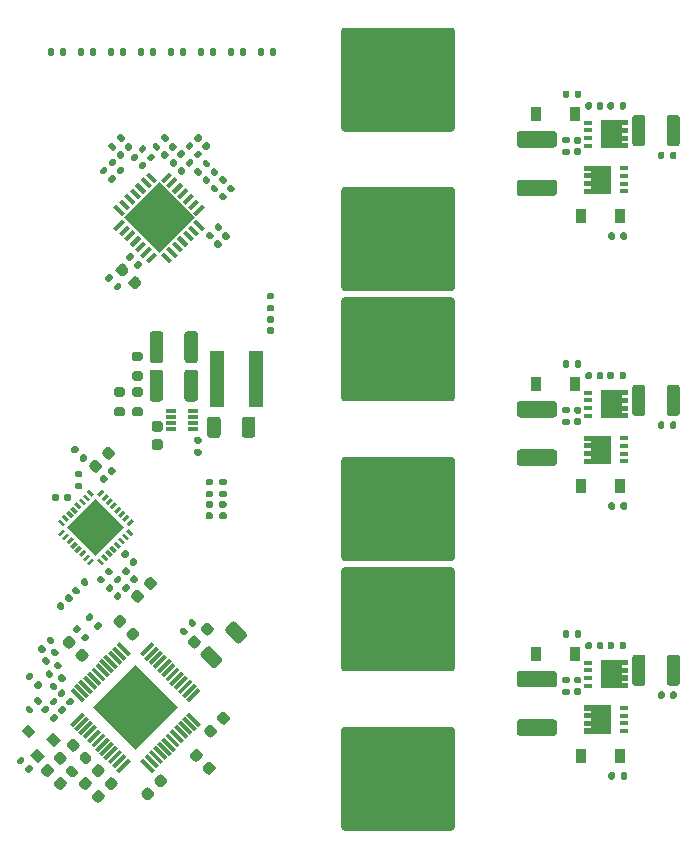
<source format=gtp>
G04 #@! TF.GenerationSoftware,KiCad,Pcbnew,5.1.10-88a1d61d58~90~ubuntu20.04.1*
G04 #@! TF.CreationDate,2021-08-30T21:25:50+02:00*
G04 #@! TF.ProjectId,eval_board_tmc6200-ta,6576616c-5f62-46f6-9172-645f746d6336,rev?*
G04 #@! TF.SameCoordinates,Original*
G04 #@! TF.FileFunction,Paste,Top*
G04 #@! TF.FilePolarity,Positive*
%FSLAX46Y46*%
G04 Gerber Fmt 4.6, Leading zero omitted, Abs format (unit mm)*
G04 Created by KiCad (PCBNEW 5.1.10-88a1d61d58~90~ubuntu20.04.1) date 2021-08-30 21:25:50*
%MOMM*%
%LPD*%
G01*
G04 APERTURE LIST*
%ADD10C,0.100000*%
%ADD11R,1.200000X4.700000*%
%ADD12R,0.850000X0.300000*%
%ADD13R,0.950000X0.300000*%
%ADD14R,0.700000X0.420000*%
%ADD15R,0.900000X1.200000*%
G04 APERTURE END LIST*
G36*
G01*
X197753267Y-107339896D02*
X198014896Y-107078267D01*
G75*
G02*
X198205814Y-107078267I95459J-95459D01*
G01*
X198396733Y-107269186D01*
G75*
G02*
X198396733Y-107460104I-95459J-95459D01*
G01*
X198135104Y-107721733D01*
G75*
G02*
X197944186Y-107721733I-95459J95459D01*
G01*
X197753267Y-107530814D01*
G75*
G02*
X197753267Y-107339896I95459J95459D01*
G01*
G37*
G36*
G01*
X197032019Y-106618648D02*
X197293648Y-106357019D01*
G75*
G02*
X197484566Y-106357019I95459J-95459D01*
G01*
X197675485Y-106547938D01*
G75*
G02*
X197675485Y-106738856I-95459J-95459D01*
G01*
X197413856Y-107000485D01*
G75*
G02*
X197222938Y-107000485I-95459J95459D01*
G01*
X197032019Y-106809566D01*
G75*
G02*
X197032019Y-106618648I95459J95459D01*
G01*
G37*
G36*
G01*
X233883600Y-99112500D02*
X224776400Y-99112500D01*
G75*
G02*
X224530000Y-98866100I0J246400D01*
G01*
X224530000Y-90558900D01*
G75*
G02*
X224776400Y-90312500I246400J0D01*
G01*
X233883600Y-90312500D01*
G75*
G02*
X234130000Y-90558900I0J-246400D01*
G01*
X234130000Y-98866100D01*
G75*
G02*
X233883600Y-99112500I-246400J0D01*
G01*
G37*
G36*
G01*
X233880002Y-112612500D02*
X224779998Y-112612500D01*
G75*
G02*
X224530000Y-112362502I0J249998D01*
G01*
X224530000Y-104062498D01*
G75*
G02*
X224779998Y-103812500I249998J0D01*
G01*
X233880002Y-103812500D01*
G75*
G02*
X234130000Y-104062498I0J-249998D01*
G01*
X234130000Y-112362502D01*
G75*
G02*
X233880002Y-112612500I-249998J0D01*
G01*
G37*
D10*
G36*
X198667144Y-104210691D02*
G01*
X198101458Y-104776377D01*
X197465062Y-104139981D01*
X198030748Y-103574295D01*
X198667144Y-104210691D01*
G37*
G36*
X200753109Y-104953153D02*
G01*
X200187423Y-105518839D01*
X199551027Y-104882443D01*
X200116713Y-104316757D01*
X200753109Y-104953153D01*
G37*
G36*
X199409606Y-106296656D02*
G01*
X198843920Y-106862342D01*
X198207524Y-106225946D01*
X198773210Y-105660260D01*
X199409606Y-106296656D01*
G37*
G36*
G01*
X202728072Y-91882220D02*
X202466443Y-91620591D01*
G75*
G02*
X202466443Y-91429673I95459J95459D01*
G01*
X202657362Y-91238754D01*
G75*
G02*
X202848280Y-91238754I95459J-95459D01*
G01*
X203109909Y-91500383D01*
G75*
G02*
X203109909Y-91691301I-95459J-95459D01*
G01*
X202918990Y-91882220D01*
G75*
G02*
X202728072Y-91882220I-95459J95459D01*
G01*
G37*
G36*
G01*
X202006824Y-92603468D02*
X201745195Y-92341839D01*
G75*
G02*
X201745195Y-92150921I95459J95459D01*
G01*
X201936114Y-91960002D01*
G75*
G02*
X202127032Y-91960002I95459J-95459D01*
G01*
X202388661Y-92221631D01*
G75*
G02*
X202388661Y-92412549I-95459J-95459D01*
G01*
X202197742Y-92603468D01*
G75*
G02*
X202006824Y-92603468I-95459J95459D01*
G01*
G37*
G36*
G01*
X202286109Y-80399480D02*
X202024480Y-80661109D01*
G75*
G02*
X201833562Y-80661109I-95459J95459D01*
G01*
X201642643Y-80470190D01*
G75*
G02*
X201642643Y-80279272I95459J95459D01*
G01*
X201904272Y-80017643D01*
G75*
G02*
X202095190Y-80017643I95459J-95459D01*
G01*
X202286109Y-80208562D01*
G75*
G02*
X202286109Y-80399480I-95459J-95459D01*
G01*
G37*
G36*
G01*
X203007357Y-81120728D02*
X202745728Y-81382357D01*
G75*
G02*
X202554810Y-81382357I-95459J95459D01*
G01*
X202363891Y-81191438D01*
G75*
G02*
X202363891Y-81000520I95459J95459D01*
G01*
X202625520Y-80738891D01*
G75*
G02*
X202816438Y-80738891I95459J-95459D01*
G01*
X203007357Y-80929810D01*
G75*
G02*
X203007357Y-81120728I-95459J-95459D01*
G01*
G37*
G36*
G01*
X218710000Y-67620000D02*
X218340000Y-67620000D01*
G75*
G02*
X218205000Y-67485000I0J135000D01*
G01*
X218205000Y-67215000D01*
G75*
G02*
X218340000Y-67080000I135000J0D01*
G01*
X218710000Y-67080000D01*
G75*
G02*
X218845000Y-67215000I0J-135000D01*
G01*
X218845000Y-67485000D01*
G75*
G02*
X218710000Y-67620000I-135000J0D01*
G01*
G37*
G36*
G01*
X218710000Y-68640000D02*
X218340000Y-68640000D01*
G75*
G02*
X218205000Y-68505000I0J135000D01*
G01*
X218205000Y-68235000D01*
G75*
G02*
X218340000Y-68100000I135000J0D01*
G01*
X218710000Y-68100000D01*
G75*
G02*
X218845000Y-68235000I0J-135000D01*
G01*
X218845000Y-68505000D01*
G75*
G02*
X218710000Y-68640000I-135000J0D01*
G01*
G37*
G36*
G01*
X214685000Y-83365000D02*
X214315000Y-83365000D01*
G75*
G02*
X214180000Y-83230000I0J135000D01*
G01*
X214180000Y-82960000D01*
G75*
G02*
X214315000Y-82825000I135000J0D01*
G01*
X214685000Y-82825000D01*
G75*
G02*
X214820000Y-82960000I0J-135000D01*
G01*
X214820000Y-83230000D01*
G75*
G02*
X214685000Y-83365000I-135000J0D01*
G01*
G37*
G36*
G01*
X214685000Y-84385000D02*
X214315000Y-84385000D01*
G75*
G02*
X214180000Y-84250000I0J135000D01*
G01*
X214180000Y-83980000D01*
G75*
G02*
X214315000Y-83845000I135000J0D01*
G01*
X214685000Y-83845000D01*
G75*
G02*
X214820000Y-83980000I0J-135000D01*
G01*
X214820000Y-84250000D01*
G75*
G02*
X214685000Y-84385000I-135000J0D01*
G01*
G37*
G36*
G01*
X213535000Y-83365000D02*
X213165000Y-83365000D01*
G75*
G02*
X213030000Y-83230000I0J135000D01*
G01*
X213030000Y-82960000D01*
G75*
G02*
X213165000Y-82825000I135000J0D01*
G01*
X213535000Y-82825000D01*
G75*
G02*
X213670000Y-82960000I0J-135000D01*
G01*
X213670000Y-83230000D01*
G75*
G02*
X213535000Y-83365000I-135000J0D01*
G01*
G37*
G36*
G01*
X213535000Y-84385000D02*
X213165000Y-84385000D01*
G75*
G02*
X213030000Y-84250000I0J135000D01*
G01*
X213030000Y-83980000D01*
G75*
G02*
X213165000Y-83845000I135000J0D01*
G01*
X213535000Y-83845000D01*
G75*
G02*
X213670000Y-83980000I0J-135000D01*
G01*
X213670000Y-84250000D01*
G75*
G02*
X213535000Y-84385000I-135000J0D01*
G01*
G37*
G36*
G01*
X205250638Y-66476030D02*
X205512267Y-66214401D01*
G75*
G02*
X205703185Y-66214401I95459J-95459D01*
G01*
X205894104Y-66405320D01*
G75*
G02*
X205894104Y-66596238I-95459J-95459D01*
G01*
X205632475Y-66857867D01*
G75*
G02*
X205441557Y-66857867I-95459J95459D01*
G01*
X205250638Y-66666948D01*
G75*
G02*
X205250638Y-66476030I95459J95459D01*
G01*
G37*
G36*
G01*
X204529390Y-65754782D02*
X204791019Y-65493153D01*
G75*
G02*
X204981937Y-65493153I95459J-95459D01*
G01*
X205172856Y-65684072D01*
G75*
G02*
X205172856Y-65874990I-95459J-95459D01*
G01*
X204911227Y-66136619D01*
G75*
G02*
X204720309Y-66136619I-95459J95459D01*
G01*
X204529390Y-65945700D01*
G75*
G02*
X204529390Y-65754782I95459J95459D01*
G01*
G37*
G36*
G01*
X198174480Y-102013891D02*
X198436109Y-102275520D01*
G75*
G02*
X198436109Y-102466438I-95459J-95459D01*
G01*
X198245190Y-102657357D01*
G75*
G02*
X198054272Y-102657357I-95459J95459D01*
G01*
X197792643Y-102395728D01*
G75*
G02*
X197792643Y-102204810I95459J95459D01*
G01*
X197983562Y-102013891D01*
G75*
G02*
X198174480Y-102013891I95459J-95459D01*
G01*
G37*
G36*
G01*
X198895728Y-101292643D02*
X199157357Y-101554272D01*
G75*
G02*
X199157357Y-101745190I-95459J-95459D01*
G01*
X198966438Y-101936109D01*
G75*
G02*
X198775520Y-101936109I-95459J95459D01*
G01*
X198513891Y-101674480D01*
G75*
G02*
X198513891Y-101483562I95459J95459D01*
G01*
X198704810Y-101292643D01*
G75*
G02*
X198895728Y-101292643I95459J-95459D01*
G01*
G37*
G36*
G01*
X198436109Y-99624480D02*
X198174480Y-99886109D01*
G75*
G02*
X197983562Y-99886109I-95459J95459D01*
G01*
X197792643Y-99695190D01*
G75*
G02*
X197792643Y-99504272I95459J95459D01*
G01*
X198054272Y-99242643D01*
G75*
G02*
X198245190Y-99242643I95459J-95459D01*
G01*
X198436109Y-99433562D01*
G75*
G02*
X198436109Y-99624480I-95459J-95459D01*
G01*
G37*
G36*
G01*
X199157357Y-100345728D02*
X198895728Y-100607357D01*
G75*
G02*
X198704810Y-100607357I-95459J95459D01*
G01*
X198513891Y-100416438D01*
G75*
G02*
X198513891Y-100225520I95459J95459D01*
G01*
X198775520Y-99963891D01*
G75*
G02*
X198966438Y-99963891I95459J-95459D01*
G01*
X199157357Y-100154810D01*
G75*
G02*
X199157357Y-100345728I-95459J-95459D01*
G01*
G37*
G36*
G01*
X211850520Y-95336109D02*
X211588891Y-95074480D01*
G75*
G02*
X211588891Y-94883562I95459J95459D01*
G01*
X211779810Y-94692643D01*
G75*
G02*
X211970728Y-94692643I95459J-95459D01*
G01*
X212232357Y-94954272D01*
G75*
G02*
X212232357Y-95145190I-95459J-95459D01*
G01*
X212041438Y-95336109D01*
G75*
G02*
X211850520Y-95336109I-95459J95459D01*
G01*
G37*
G36*
G01*
X211129272Y-96057357D02*
X210867643Y-95795728D01*
G75*
G02*
X210867643Y-95604810I95459J95459D01*
G01*
X211058562Y-95413891D01*
G75*
G02*
X211249480Y-95413891I95459J-95459D01*
G01*
X211511109Y-95675520D01*
G75*
G02*
X211511109Y-95866438I-95459J-95459D01*
G01*
X211320190Y-96057357D01*
G75*
G02*
X211129272Y-96057357I-95459J95459D01*
G01*
G37*
G36*
G01*
X200540978Y-102315645D02*
X200802607Y-102054016D01*
G75*
G02*
X200993525Y-102054016I95459J-95459D01*
G01*
X201184444Y-102244935D01*
G75*
G02*
X201184444Y-102435853I-95459J-95459D01*
G01*
X200922815Y-102697482D01*
G75*
G02*
X200731897Y-102697482I-95459J95459D01*
G01*
X200540978Y-102506563D01*
G75*
G02*
X200540978Y-102315645I95459J95459D01*
G01*
G37*
G36*
G01*
X199819730Y-101594397D02*
X200081359Y-101332768D01*
G75*
G02*
X200272277Y-101332768I95459J-95459D01*
G01*
X200463196Y-101523687D01*
G75*
G02*
X200463196Y-101714605I-95459J-95459D01*
G01*
X200201567Y-101976234D01*
G75*
G02*
X200010649Y-101976234I-95459J95459D01*
G01*
X199819730Y-101785315D01*
G75*
G02*
X199819730Y-101594397I95459J95459D01*
G01*
G37*
G36*
G01*
X202803719Y-106933052D02*
X202414810Y-106544143D01*
G75*
G02*
X202414810Y-106261301I141421J141421D01*
G01*
X202697653Y-105978458D01*
G75*
G02*
X202980495Y-105978458I141421J-141421D01*
G01*
X203369404Y-106367367D01*
G75*
G02*
X203369404Y-106650209I-141421J-141421D01*
G01*
X203086561Y-106933052D01*
G75*
G02*
X202803719Y-106933052I-141421J141421D01*
G01*
G37*
G36*
G01*
X201636993Y-108099778D02*
X201248084Y-107710869D01*
G75*
G02*
X201248084Y-107428027I141421J141421D01*
G01*
X201530927Y-107145184D01*
G75*
G02*
X201813769Y-107145184I141421J-141421D01*
G01*
X202202678Y-107534093D01*
G75*
G02*
X202202678Y-107816935I-141421J-141421D01*
G01*
X201919835Y-108099778D01*
G75*
G02*
X201636993Y-108099778I-141421J141421D01*
G01*
G37*
G36*
G01*
X201354517Y-93238097D02*
X201110565Y-92994145D01*
G75*
G02*
X201110565Y-92785549I104298J104298D01*
G01*
X201319161Y-92576953D01*
G75*
G02*
X201527757Y-92576953I104298J-104298D01*
G01*
X201771709Y-92820905D01*
G75*
G02*
X201771709Y-93029501I-104298J-104298D01*
G01*
X201563113Y-93238097D01*
G75*
G02*
X201354517Y-93238097I-104298J104298D01*
G01*
G37*
G36*
G01*
X200668623Y-93923991D02*
X200424671Y-93680039D01*
G75*
G02*
X200424671Y-93471443I104298J104298D01*
G01*
X200633267Y-93262847D01*
G75*
G02*
X200841863Y-93262847I104298J-104298D01*
G01*
X201085815Y-93506799D01*
G75*
G02*
X201085815Y-93715395I-104298J-104298D01*
G01*
X200877219Y-93923991D01*
G75*
G02*
X200668623Y-93923991I-104298J104298D01*
G01*
G37*
G36*
G01*
X218697500Y-69595000D02*
X218352500Y-69595000D01*
G75*
G02*
X218205000Y-69447500I0J147500D01*
G01*
X218205000Y-69152500D01*
G75*
G02*
X218352500Y-69005000I147500J0D01*
G01*
X218697500Y-69005000D01*
G75*
G02*
X218845000Y-69152500I0J-147500D01*
G01*
X218845000Y-69447500D01*
G75*
G02*
X218697500Y-69595000I-147500J0D01*
G01*
G37*
G36*
G01*
X218697500Y-70565000D02*
X218352500Y-70565000D01*
G75*
G02*
X218205000Y-70417500I0J147500D01*
G01*
X218205000Y-70122500D01*
G75*
G02*
X218352500Y-69975000I147500J0D01*
G01*
X218697500Y-69975000D01*
G75*
G02*
X218845000Y-70122500I0J-147500D01*
G01*
X218845000Y-70417500D01*
G75*
G02*
X218697500Y-70565000I-147500J0D01*
G01*
G37*
G36*
G01*
X214672500Y-85285000D02*
X214327500Y-85285000D01*
G75*
G02*
X214180000Y-85137500I0J147500D01*
G01*
X214180000Y-84842500D01*
G75*
G02*
X214327500Y-84695000I147500J0D01*
G01*
X214672500Y-84695000D01*
G75*
G02*
X214820000Y-84842500I0J-147500D01*
G01*
X214820000Y-85137500D01*
G75*
G02*
X214672500Y-85285000I-147500J0D01*
G01*
G37*
G36*
G01*
X214672500Y-86255000D02*
X214327500Y-86255000D01*
G75*
G02*
X214180000Y-86107500I0J147500D01*
G01*
X214180000Y-85812500D01*
G75*
G02*
X214327500Y-85665000I147500J0D01*
G01*
X214672500Y-85665000D01*
G75*
G02*
X214820000Y-85812500I0J-147500D01*
G01*
X214820000Y-86107500D01*
G75*
G02*
X214672500Y-86255000I-147500J0D01*
G01*
G37*
D11*
X217280000Y-74325000D03*
X213970000Y-74325000D03*
D10*
G36*
X210210992Y-57065617D02*
G01*
X209503885Y-57772724D01*
X209242256Y-57511095D01*
X209949363Y-56803988D01*
X210210992Y-57065617D01*
G37*
G36*
X206640103Y-61555746D02*
G01*
X205932996Y-62262853D01*
X205671367Y-62001224D01*
X206378474Y-61294117D01*
X206640103Y-61555746D01*
G37*
G36*
X211589850Y-58444476D02*
G01*
X210882743Y-59151583D01*
X210621114Y-58889954D01*
X211328221Y-58182847D01*
X211589850Y-58444476D01*
G37*
G36*
X206180483Y-61096126D02*
G01*
X205473376Y-61803233D01*
X205211747Y-61541604D01*
X205918854Y-60834497D01*
X206180483Y-61096126D01*
G37*
G36*
X207099722Y-62015365D02*
G01*
X206392615Y-62722472D01*
X206130986Y-62460843D01*
X206838093Y-61753736D01*
X207099722Y-62015365D01*
G37*
G36*
X208018961Y-62934604D02*
G01*
X207311854Y-63641711D01*
X207050225Y-63380082D01*
X207757332Y-62672975D01*
X208018961Y-62934604D01*
G37*
G36*
X207559342Y-62474984D02*
G01*
X206852235Y-63182091D01*
X206590606Y-62920462D01*
X207297713Y-62213355D01*
X207559342Y-62474984D01*
G37*
G36*
X210670612Y-57525237D02*
G01*
X209963505Y-58232344D01*
X209701876Y-57970715D01*
X210408983Y-57263608D01*
X210670612Y-57525237D01*
G37*
G36*
X208478580Y-63394223D02*
G01*
X207771473Y-64101330D01*
X207509844Y-63839701D01*
X208216951Y-63132594D01*
X208478580Y-63394223D01*
G37*
G36*
X208938200Y-63853843D02*
G01*
X208231093Y-64560950D01*
X207969464Y-64299321D01*
X208676571Y-63592214D01*
X208938200Y-63853843D01*
G37*
G36*
X212968709Y-59823334D02*
G01*
X212261602Y-60530441D01*
X211999973Y-60268812D01*
X212707080Y-59561705D01*
X212968709Y-59823334D01*
G37*
G36*
X212509089Y-59363714D02*
G01*
X211801982Y-60070821D01*
X211540353Y-59809192D01*
X212247460Y-59102085D01*
X212509089Y-59363714D01*
G37*
G36*
X212049470Y-58904095D02*
G01*
X211342363Y-59611202D01*
X211080734Y-59349573D01*
X211787841Y-58642466D01*
X212049470Y-58904095D01*
G37*
G36*
X211130231Y-57984856D02*
G01*
X210423124Y-58691963D01*
X210161495Y-58430334D01*
X210868602Y-57723227D01*
X211130231Y-57984856D01*
G37*
G36*
X209090228Y-63687673D02*
G01*
X206085024Y-60682469D01*
X209090228Y-57677265D01*
X212095432Y-60682469D01*
X209090228Y-63687673D01*
G37*
G36*
X212707080Y-61803233D02*
G01*
X211999973Y-61096126D01*
X212261602Y-60834497D01*
X212968709Y-61541604D01*
X212707080Y-61803233D01*
G37*
G36*
X212247460Y-62262853D02*
G01*
X211540353Y-61555746D01*
X211801982Y-61294117D01*
X212509089Y-62001224D01*
X212247460Y-62262853D01*
G37*
G36*
X211787841Y-62722472D02*
G01*
X211080734Y-62015365D01*
X211342363Y-61753736D01*
X212049470Y-62460843D01*
X211787841Y-62722472D01*
G37*
G36*
X211328221Y-63182091D02*
G01*
X210621114Y-62474984D01*
X210882743Y-62213355D01*
X211589850Y-62920462D01*
X211328221Y-63182091D01*
G37*
G36*
X210868602Y-63641711D02*
G01*
X210161495Y-62934604D01*
X210423124Y-62672975D01*
X211130231Y-63380082D01*
X210868602Y-63641711D01*
G37*
G36*
X210408983Y-64101330D02*
G01*
X209701876Y-63394223D01*
X209963505Y-63132594D01*
X210670612Y-63839701D01*
X210408983Y-64101330D01*
G37*
G36*
X209949363Y-64560950D02*
G01*
X209242256Y-63853843D01*
X209503885Y-63592214D01*
X210210992Y-64299321D01*
X209949363Y-64560950D01*
G37*
G36*
X208676571Y-57772724D02*
G01*
X207969464Y-57065617D01*
X208231093Y-56803988D01*
X208938200Y-57511095D01*
X208676571Y-57772724D01*
G37*
G36*
X208216951Y-58232344D02*
G01*
X207509844Y-57525237D01*
X207771473Y-57263608D01*
X208478580Y-57970715D01*
X208216951Y-58232344D01*
G37*
G36*
X207757332Y-58691963D02*
G01*
X207050225Y-57984856D01*
X207311854Y-57723227D01*
X208018961Y-58430334D01*
X207757332Y-58691963D01*
G37*
G36*
X207297713Y-59151583D02*
G01*
X206590606Y-58444476D01*
X206852235Y-58182847D01*
X207559342Y-58889954D01*
X207297713Y-59151583D01*
G37*
G36*
X206838093Y-59611202D02*
G01*
X206130986Y-58904095D01*
X206392615Y-58642466D01*
X207099722Y-59349573D01*
X206838093Y-59611202D01*
G37*
G36*
X206378474Y-60070821D02*
G01*
X205671367Y-59363714D01*
X205932996Y-59102085D01*
X206640103Y-59809192D01*
X206378474Y-60070821D01*
G37*
G36*
X205918854Y-60530441D02*
G01*
X205211747Y-59823334D01*
X205473376Y-59561705D01*
X206180483Y-60268812D01*
X205918854Y-60530441D01*
G37*
G36*
G01*
X199773766Y-102404034D02*
X199512137Y-102665663D01*
G75*
G02*
X199321219Y-102665663I-95459J95459D01*
G01*
X199130300Y-102474744D01*
G75*
G02*
X199130300Y-102283826I95459J95459D01*
G01*
X199391929Y-102022197D01*
G75*
G02*
X199582847Y-102022197I95459J-95459D01*
G01*
X199773766Y-102213116D01*
G75*
G02*
X199773766Y-102404034I-95459J-95459D01*
G01*
G37*
G36*
G01*
X200495014Y-103125282D02*
X200233385Y-103386911D01*
G75*
G02*
X200042467Y-103386911I-95459J95459D01*
G01*
X199851548Y-103195992D01*
G75*
G02*
X199851548Y-103005074I95459J95459D01*
G01*
X200113177Y-102743445D01*
G75*
G02*
X200304095Y-102743445I95459J-95459D01*
G01*
X200495014Y-102934364D01*
G75*
G02*
X200495014Y-103125282I-95459J-95459D01*
G01*
G37*
G36*
G01*
X201152625Y-101025176D02*
X200890996Y-101286805D01*
G75*
G02*
X200700078Y-101286805I-95459J95459D01*
G01*
X200509159Y-101095886D01*
G75*
G02*
X200509159Y-100904968I95459J95459D01*
G01*
X200770788Y-100643339D01*
G75*
G02*
X200961706Y-100643339I95459J-95459D01*
G01*
X201152625Y-100834258D01*
G75*
G02*
X201152625Y-101025176I-95459J-95459D01*
G01*
G37*
G36*
G01*
X201873873Y-101746424D02*
X201612244Y-102008053D01*
G75*
G02*
X201421326Y-102008053I-95459J95459D01*
G01*
X201230407Y-101817134D01*
G75*
G02*
X201230407Y-101626216I95459J95459D01*
G01*
X201492036Y-101364587D01*
G75*
G02*
X201682954Y-101364587I95459J-95459D01*
G01*
X201873873Y-101555506D01*
G75*
G02*
X201873873Y-101746424I-95459J-95459D01*
G01*
G37*
G36*
G01*
X200802607Y-100003405D02*
X200540978Y-99741776D01*
G75*
G02*
X200540978Y-99550858I95459J95459D01*
G01*
X200731897Y-99359939D01*
G75*
G02*
X200922815Y-99359939I95459J-95459D01*
G01*
X201184444Y-99621568D01*
G75*
G02*
X201184444Y-99812486I-95459J-95459D01*
G01*
X200993525Y-100003405D01*
G75*
G02*
X200802607Y-100003405I-95459J95459D01*
G01*
G37*
G36*
G01*
X200081359Y-100724653D02*
X199819730Y-100463024D01*
G75*
G02*
X199819730Y-100272106I95459J95459D01*
G01*
X200010649Y-100081187D01*
G75*
G02*
X200201567Y-100081187I95459J-95459D01*
G01*
X200463196Y-100342816D01*
G75*
G02*
X200463196Y-100533734I-95459J-95459D01*
G01*
X200272277Y-100724653D01*
G75*
G02*
X200081359Y-100724653I-95459J95459D01*
G01*
G37*
G36*
G01*
X200466731Y-98960423D02*
X200205102Y-98698794D01*
G75*
G02*
X200205102Y-98507876I95459J95459D01*
G01*
X200396021Y-98316957D01*
G75*
G02*
X200586939Y-98316957I95459J-95459D01*
G01*
X200848568Y-98578586D01*
G75*
G02*
X200848568Y-98769504I-95459J-95459D01*
G01*
X200657649Y-98960423D01*
G75*
G02*
X200466731Y-98960423I-95459J95459D01*
G01*
G37*
G36*
G01*
X199745483Y-99681671D02*
X199483854Y-99420042D01*
G75*
G02*
X199483854Y-99229124I95459J95459D01*
G01*
X199674773Y-99038205D01*
G75*
G02*
X199865691Y-99038205I95459J-95459D01*
G01*
X200127320Y-99299834D01*
G75*
G02*
X200127320Y-99490752I-95459J-95459D01*
G01*
X199936401Y-99681671D01*
G75*
G02*
X199745483Y-99681671I-95459J95459D01*
G01*
G37*
G36*
G01*
X200201566Y-97846729D02*
X199939937Y-97585100D01*
G75*
G02*
X199939937Y-97394182I95459J95459D01*
G01*
X200130856Y-97203263D01*
G75*
G02*
X200321774Y-97203263I95459J-95459D01*
G01*
X200583403Y-97464892D01*
G75*
G02*
X200583403Y-97655810I-95459J-95459D01*
G01*
X200392484Y-97846729D01*
G75*
G02*
X200201566Y-97846729I-95459J95459D01*
G01*
G37*
G36*
G01*
X199480318Y-98567977D02*
X199218689Y-98306348D01*
G75*
G02*
X199218689Y-98115430I95459J95459D01*
G01*
X199409608Y-97924511D01*
G75*
G02*
X199600526Y-97924511I95459J-95459D01*
G01*
X199862155Y-98186140D01*
G75*
G02*
X199862155Y-98377058I-95459J-95459D01*
G01*
X199671236Y-98567977D01*
G75*
G02*
X199480318Y-98567977I-95459J95459D01*
G01*
G37*
G36*
G01*
X199830335Y-96839102D02*
X199568706Y-96577473D01*
G75*
G02*
X199568706Y-96386555I95459J95459D01*
G01*
X199759625Y-96195636D01*
G75*
G02*
X199950543Y-96195636I95459J-95459D01*
G01*
X200212172Y-96457265D01*
G75*
G02*
X200212172Y-96648183I-95459J-95459D01*
G01*
X200021253Y-96839102D01*
G75*
G02*
X199830335Y-96839102I-95459J95459D01*
G01*
G37*
G36*
G01*
X199109087Y-97560350D02*
X198847458Y-97298721D01*
G75*
G02*
X198847458Y-97107803I95459J95459D01*
G01*
X199038377Y-96916884D01*
G75*
G02*
X199229295Y-96916884I95459J-95459D01*
G01*
X199490924Y-97178513D01*
G75*
G02*
X199490924Y-97369431I-95459J-95459D01*
G01*
X199300005Y-97560350D01*
G75*
G02*
X199109087Y-97560350I-95459J95459D01*
G01*
G37*
G36*
G01*
X201799628Y-95477923D02*
X202061257Y-95216294D01*
G75*
G02*
X202252175Y-95216294I95459J-95459D01*
G01*
X202443094Y-95407213D01*
G75*
G02*
X202443094Y-95598131I-95459J-95459D01*
G01*
X202181465Y-95859760D01*
G75*
G02*
X201990547Y-95859760I-95459J95459D01*
G01*
X201799628Y-95668841D01*
G75*
G02*
X201799628Y-95477923I95459J95459D01*
G01*
G37*
G36*
G01*
X202520876Y-96199171D02*
X202782505Y-95937542D01*
G75*
G02*
X202973423Y-95937542I95459J-95459D01*
G01*
X203164342Y-96128461D01*
G75*
G02*
X203164342Y-96319379I-95459J-95459D01*
G01*
X202902713Y-96581008D01*
G75*
G02*
X202711795Y-96581008I-95459J95459D01*
G01*
X202520876Y-96390089D01*
G75*
G02*
X202520876Y-96199171I95459J95459D01*
G01*
G37*
G36*
G01*
X203588891Y-95200520D02*
X203850520Y-94938891D01*
G75*
G02*
X204041438Y-94938891I95459J-95459D01*
G01*
X204232357Y-95129810D01*
G75*
G02*
X204232357Y-95320728I-95459J-95459D01*
G01*
X203970728Y-95582357D01*
G75*
G02*
X203779810Y-95582357I-95459J95459D01*
G01*
X203588891Y-95391438D01*
G75*
G02*
X203588891Y-95200520I95459J95459D01*
G01*
G37*
G36*
G01*
X202867643Y-94479272D02*
X203129272Y-94217643D01*
G75*
G02*
X203320190Y-94217643I95459J-95459D01*
G01*
X203511109Y-94408562D01*
G75*
G02*
X203511109Y-94599480I-95459J-95459D01*
G01*
X203249480Y-94861109D01*
G75*
G02*
X203058562Y-94861109I-95459J95459D01*
G01*
X202867643Y-94670190D01*
G75*
G02*
X202867643Y-94479272I95459J95459D01*
G01*
G37*
G36*
G01*
X212195000Y-80310000D02*
X212565000Y-80310000D01*
G75*
G02*
X212700000Y-80445000I0J-135000D01*
G01*
X212700000Y-80715000D01*
G75*
G02*
X212565000Y-80850000I-135000J0D01*
G01*
X212195000Y-80850000D01*
G75*
G02*
X212060000Y-80715000I0J135000D01*
G01*
X212060000Y-80445000D01*
G75*
G02*
X212195000Y-80310000I135000J0D01*
G01*
G37*
G36*
G01*
X212195000Y-79290000D02*
X212565000Y-79290000D01*
G75*
G02*
X212700000Y-79425000I0J-135000D01*
G01*
X212700000Y-79695000D01*
G75*
G02*
X212565000Y-79830000I-135000J0D01*
G01*
X212195000Y-79830000D01*
G75*
G02*
X212060000Y-79695000I0J135000D01*
G01*
X212060000Y-79425000D01*
G75*
G02*
X212195000Y-79290000I135000J0D01*
G01*
G37*
G36*
G01*
X211360041Y-55996707D02*
X211621670Y-55735078D01*
G75*
G02*
X211812588Y-55735078I95459J-95459D01*
G01*
X212003507Y-55925997D01*
G75*
G02*
X212003507Y-56116915I-95459J-95459D01*
G01*
X211741878Y-56378544D01*
G75*
G02*
X211550960Y-56378544I-95459J95459D01*
G01*
X211360041Y-56187625D01*
G75*
G02*
X211360041Y-55996707I95459J95459D01*
G01*
G37*
G36*
G01*
X210638793Y-55275459D02*
X210900422Y-55013830D01*
G75*
G02*
X211091340Y-55013830I95459J-95459D01*
G01*
X211282259Y-55204749D01*
G75*
G02*
X211282259Y-55395667I-95459J-95459D01*
G01*
X211020630Y-55657296D01*
G75*
G02*
X210829712Y-55657296I-95459J95459D01*
G01*
X210638793Y-55466377D01*
G75*
G02*
X210638793Y-55275459I95459J95459D01*
G01*
G37*
G36*
G01*
X204805161Y-57361423D02*
X205066790Y-57099794D01*
G75*
G02*
X205257708Y-57099794I95459J-95459D01*
G01*
X205448627Y-57290713D01*
G75*
G02*
X205448627Y-57481631I-95459J-95459D01*
G01*
X205186998Y-57743260D01*
G75*
G02*
X204996080Y-57743260I-95459J95459D01*
G01*
X204805161Y-57552341D01*
G75*
G02*
X204805161Y-57361423I95459J95459D01*
G01*
G37*
G36*
G01*
X204083913Y-56640175D02*
X204345542Y-56378546D01*
G75*
G02*
X204536460Y-56378546I95459J-95459D01*
G01*
X204727379Y-56569465D01*
G75*
G02*
X204727379Y-56760383I-95459J-95459D01*
G01*
X204465750Y-57022012D01*
G75*
G02*
X204274832Y-57022012I-95459J95459D01*
G01*
X204083913Y-56831093D01*
G75*
G02*
X204083913Y-56640175I95459J95459D01*
G01*
G37*
G36*
G01*
X210860000Y-46875000D02*
X210860000Y-46505000D01*
G75*
G02*
X210995000Y-46370000I135000J0D01*
G01*
X211265000Y-46370000D01*
G75*
G02*
X211400000Y-46505000I0J-135000D01*
G01*
X211400000Y-46875000D01*
G75*
G02*
X211265000Y-47010000I-135000J0D01*
G01*
X210995000Y-47010000D01*
G75*
G02*
X210860000Y-46875000I0J135000D01*
G01*
G37*
G36*
G01*
X209840000Y-46875000D02*
X209840000Y-46505000D01*
G75*
G02*
X209975000Y-46370000I135000J0D01*
G01*
X210245000Y-46370000D01*
G75*
G02*
X210380000Y-46505000I0J-135000D01*
G01*
X210380000Y-46875000D01*
G75*
G02*
X210245000Y-47010000I-135000J0D01*
G01*
X209975000Y-47010000D01*
G75*
G02*
X209840000Y-46875000I0J135000D01*
G01*
G37*
G36*
G01*
X200700000Y-46875000D02*
X200700000Y-46505000D01*
G75*
G02*
X200835000Y-46370000I135000J0D01*
G01*
X201105000Y-46370000D01*
G75*
G02*
X201240000Y-46505000I0J-135000D01*
G01*
X201240000Y-46875000D01*
G75*
G02*
X201105000Y-47010000I-135000J0D01*
G01*
X200835000Y-47010000D01*
G75*
G02*
X200700000Y-46875000I0J135000D01*
G01*
G37*
G36*
G01*
X199680000Y-46875000D02*
X199680000Y-46505000D01*
G75*
G02*
X199815000Y-46370000I135000J0D01*
G01*
X200085000Y-46370000D01*
G75*
G02*
X200220000Y-46505000I0J-135000D01*
G01*
X200220000Y-46875000D01*
G75*
G02*
X200085000Y-47010000I-135000J0D01*
G01*
X199815000Y-47010000D01*
G75*
G02*
X199680000Y-46875000I0J135000D01*
G01*
G37*
G36*
G01*
X214051760Y-61825625D02*
X213790131Y-61563996D01*
G75*
G02*
X213790131Y-61373078I95459J95459D01*
G01*
X213981050Y-61182159D01*
G75*
G02*
X214171968Y-61182159I95459J-95459D01*
G01*
X214433597Y-61443788D01*
G75*
G02*
X214433597Y-61634706I-95459J-95459D01*
G01*
X214242678Y-61825625D01*
G75*
G02*
X214051760Y-61825625I-95459J95459D01*
G01*
G37*
G36*
G01*
X213330512Y-62546873D02*
X213068883Y-62285244D01*
G75*
G02*
X213068883Y-62094326I95459J95459D01*
G01*
X213259802Y-61903407D01*
G75*
G02*
X213450720Y-61903407I95459J-95459D01*
G01*
X213712349Y-62165036D01*
G75*
G02*
X213712349Y-62355954I-95459J-95459D01*
G01*
X213521430Y-62546873D01*
G75*
G02*
X213330512Y-62546873I-95459J95459D01*
G01*
G37*
G36*
G01*
X212067148Y-55289600D02*
X212328777Y-55027971D01*
G75*
G02*
X212519695Y-55027971I95459J-95459D01*
G01*
X212710614Y-55218890D01*
G75*
G02*
X212710614Y-55409808I-95459J-95459D01*
G01*
X212448985Y-55671437D01*
G75*
G02*
X212258067Y-55671437I-95459J95459D01*
G01*
X212067148Y-55480518D01*
G75*
G02*
X212067148Y-55289600I95459J95459D01*
G01*
G37*
G36*
G01*
X211345900Y-54568352D02*
X211607529Y-54306723D01*
G75*
G02*
X211798447Y-54306723I95459J-95459D01*
G01*
X211989366Y-54497642D01*
G75*
G02*
X211989366Y-54688560I-95459J-95459D01*
G01*
X211727737Y-54950189D01*
G75*
G02*
X211536819Y-54950189I-95459J95459D01*
G01*
X211345900Y-54759270D01*
G75*
G02*
X211345900Y-54568352I95459J95459D01*
G01*
G37*
G36*
G01*
X205194070Y-54377433D02*
X205455699Y-54639062D01*
G75*
G02*
X205455699Y-54829980I-95459J-95459D01*
G01*
X205264780Y-55020899D01*
G75*
G02*
X205073862Y-55020899I-95459J95459D01*
G01*
X204812233Y-54759270D01*
G75*
G02*
X204812233Y-54568352I95459J95459D01*
G01*
X205003152Y-54377433D01*
G75*
G02*
X205194070Y-54377433I95459J-95459D01*
G01*
G37*
G36*
G01*
X205915318Y-53656185D02*
X206176947Y-53917814D01*
G75*
G02*
X206176947Y-54108732I-95459J-95459D01*
G01*
X205986028Y-54299651D01*
G75*
G02*
X205795110Y-54299651I-95459J95459D01*
G01*
X205533481Y-54038022D01*
G75*
G02*
X205533481Y-53847104I95459J95459D01*
G01*
X205724400Y-53656185D01*
G75*
G02*
X205915318Y-53656185I95459J-95459D01*
G01*
G37*
G36*
G01*
X213400000Y-46875000D02*
X213400000Y-46505000D01*
G75*
G02*
X213535000Y-46370000I135000J0D01*
G01*
X213805000Y-46370000D01*
G75*
G02*
X213940000Y-46505000I0J-135000D01*
G01*
X213940000Y-46875000D01*
G75*
G02*
X213805000Y-47010000I-135000J0D01*
G01*
X213535000Y-47010000D01*
G75*
G02*
X213400000Y-46875000I0J135000D01*
G01*
G37*
G36*
G01*
X212380000Y-46875000D02*
X212380000Y-46505000D01*
G75*
G02*
X212515000Y-46370000I135000J0D01*
G01*
X212785000Y-46370000D01*
G75*
G02*
X212920000Y-46505000I0J-135000D01*
G01*
X212920000Y-46875000D01*
G75*
G02*
X212785000Y-47010000I-135000J0D01*
G01*
X212515000Y-47010000D01*
G75*
G02*
X212380000Y-46875000I0J135000D01*
G01*
G37*
G36*
G01*
X203240000Y-46875000D02*
X203240000Y-46505000D01*
G75*
G02*
X203375000Y-46370000I135000J0D01*
G01*
X203645000Y-46370000D01*
G75*
G02*
X203780000Y-46505000I0J-135000D01*
G01*
X203780000Y-46875000D01*
G75*
G02*
X203645000Y-47010000I-135000J0D01*
G01*
X203375000Y-47010000D01*
G75*
G02*
X203240000Y-46875000I0J135000D01*
G01*
G37*
G36*
G01*
X202220000Y-46875000D02*
X202220000Y-46505000D01*
G75*
G02*
X202355000Y-46370000I135000J0D01*
G01*
X202625000Y-46370000D01*
G75*
G02*
X202760000Y-46505000I0J-135000D01*
G01*
X202760000Y-46875000D01*
G75*
G02*
X202625000Y-47010000I-135000J0D01*
G01*
X202355000Y-47010000D01*
G75*
G02*
X202220000Y-46875000I0J135000D01*
G01*
G37*
G36*
G01*
X212448986Y-56512896D02*
X212710615Y-56774525D01*
G75*
G02*
X212710615Y-56965443I-95459J-95459D01*
G01*
X212519696Y-57156362D01*
G75*
G02*
X212328778Y-57156362I-95459J95459D01*
G01*
X212067149Y-56894733D01*
G75*
G02*
X212067149Y-56703815I95459J95459D01*
G01*
X212258068Y-56512896D01*
G75*
G02*
X212448986Y-56512896I95459J-95459D01*
G01*
G37*
G36*
G01*
X213170234Y-55791648D02*
X213431863Y-56053277D01*
G75*
G02*
X213431863Y-56244195I-95459J-95459D01*
G01*
X213240944Y-56435114D01*
G75*
G02*
X213050026Y-56435114I-95459J95459D01*
G01*
X212788397Y-56173485D01*
G75*
G02*
X212788397Y-55982567I95459J95459D01*
G01*
X212979316Y-55791648D01*
G75*
G02*
X213170234Y-55791648I95459J-95459D01*
G01*
G37*
G36*
G01*
X208086136Y-55537088D02*
X208347765Y-55275459D01*
G75*
G02*
X208538683Y-55275459I95459J-95459D01*
G01*
X208729602Y-55466378D01*
G75*
G02*
X208729602Y-55657296I-95459J-95459D01*
G01*
X208467973Y-55918925D01*
G75*
G02*
X208277055Y-55918925I-95459J95459D01*
G01*
X208086136Y-55728006D01*
G75*
G02*
X208086136Y-55537088I95459J95459D01*
G01*
G37*
G36*
G01*
X207364888Y-54815840D02*
X207626517Y-54554211D01*
G75*
G02*
X207817435Y-54554211I95459J-95459D01*
G01*
X208008354Y-54745130D01*
G75*
G02*
X208008354Y-54936048I-95459J-95459D01*
G01*
X207746725Y-55197677D01*
G75*
G02*
X207555807Y-55197677I-95459J95459D01*
G01*
X207364888Y-55006758D01*
G75*
G02*
X207364888Y-54815840I95459J95459D01*
G01*
G37*
G36*
G01*
X215940000Y-46875000D02*
X215940000Y-46505000D01*
G75*
G02*
X216075000Y-46370000I135000J0D01*
G01*
X216345000Y-46370000D01*
G75*
G02*
X216480000Y-46505000I0J-135000D01*
G01*
X216480000Y-46875000D01*
G75*
G02*
X216345000Y-47010000I-135000J0D01*
G01*
X216075000Y-47010000D01*
G75*
G02*
X215940000Y-46875000I0J135000D01*
G01*
G37*
G36*
G01*
X214920000Y-46875000D02*
X214920000Y-46505000D01*
G75*
G02*
X215055000Y-46370000I135000J0D01*
G01*
X215325000Y-46370000D01*
G75*
G02*
X215460000Y-46505000I0J-135000D01*
G01*
X215460000Y-46875000D01*
G75*
G02*
X215325000Y-47010000I-135000J0D01*
G01*
X215055000Y-47010000D01*
G75*
G02*
X214920000Y-46875000I0J135000D01*
G01*
G37*
G36*
G01*
X205780000Y-46875000D02*
X205780000Y-46505000D01*
G75*
G02*
X205915000Y-46370000I135000J0D01*
G01*
X206185000Y-46370000D01*
G75*
G02*
X206320000Y-46505000I0J-135000D01*
G01*
X206320000Y-46875000D01*
G75*
G02*
X206185000Y-47010000I-135000J0D01*
G01*
X205915000Y-47010000D01*
G75*
G02*
X205780000Y-46875000I0J135000D01*
G01*
G37*
G36*
G01*
X204760000Y-46875000D02*
X204760000Y-46505000D01*
G75*
G02*
X204895000Y-46370000I135000J0D01*
G01*
X205165000Y-46370000D01*
G75*
G02*
X205300000Y-46505000I0J-135000D01*
G01*
X205300000Y-46875000D01*
G75*
G02*
X205165000Y-47010000I-135000J0D01*
G01*
X204895000Y-47010000D01*
G75*
G02*
X204760000Y-46875000I0J135000D01*
G01*
G37*
G36*
G01*
X213849057Y-57912967D02*
X214110686Y-58174596D01*
G75*
G02*
X214110686Y-58365514I-95459J-95459D01*
G01*
X213919767Y-58556433D01*
G75*
G02*
X213728849Y-58556433I-95459J95459D01*
G01*
X213467220Y-58294804D01*
G75*
G02*
X213467220Y-58103886I95459J95459D01*
G01*
X213658139Y-57912967D01*
G75*
G02*
X213849057Y-57912967I95459J-95459D01*
G01*
G37*
G36*
G01*
X214570305Y-57191719D02*
X214831934Y-57453348D01*
G75*
G02*
X214831934Y-57644266I-95459J-95459D01*
G01*
X214641015Y-57835185D01*
G75*
G02*
X214450097Y-57835185I-95459J95459D01*
G01*
X214188468Y-57573556D01*
G75*
G02*
X214188468Y-57382638I95459J95459D01*
G01*
X214379387Y-57191719D01*
G75*
G02*
X214570305Y-57191719I95459J-95459D01*
G01*
G37*
G36*
G01*
X208927594Y-54377433D02*
X209189223Y-54639062D01*
G75*
G02*
X209189223Y-54829980I-95459J-95459D01*
G01*
X208998304Y-55020899D01*
G75*
G02*
X208807386Y-55020899I-95459J95459D01*
G01*
X208545757Y-54759270D01*
G75*
G02*
X208545757Y-54568352I95459J95459D01*
G01*
X208736676Y-54377433D01*
G75*
G02*
X208927594Y-54377433I95459J-95459D01*
G01*
G37*
G36*
G01*
X209648842Y-53656185D02*
X209910471Y-53917814D01*
G75*
G02*
X209910471Y-54108732I-95459J-95459D01*
G01*
X209719552Y-54299651D01*
G75*
G02*
X209528634Y-54299651I-95459J95459D01*
G01*
X209267005Y-54038022D01*
G75*
G02*
X209267005Y-53847104I95459J95459D01*
G01*
X209457924Y-53656185D01*
G75*
G02*
X209648842Y-53656185I95459J-95459D01*
G01*
G37*
G36*
G01*
X205465000Y-76730000D02*
X206015000Y-76730000D01*
G75*
G02*
X206215000Y-76930000I0J-200000D01*
G01*
X206215000Y-77330000D01*
G75*
G02*
X206015000Y-77530000I-200000J0D01*
G01*
X205465000Y-77530000D01*
G75*
G02*
X205265000Y-77330000I0J200000D01*
G01*
X205265000Y-76930000D01*
G75*
G02*
X205465000Y-76730000I200000J0D01*
G01*
G37*
G36*
G01*
X205465000Y-75080000D02*
X206015000Y-75080000D01*
G75*
G02*
X206215000Y-75280000I0J-200000D01*
G01*
X206215000Y-75680000D01*
G75*
G02*
X206015000Y-75880000I-200000J0D01*
G01*
X205465000Y-75880000D01*
G75*
G02*
X205265000Y-75680000I0J200000D01*
G01*
X205265000Y-75280000D01*
G75*
G02*
X205465000Y-75080000I200000J0D01*
G01*
G37*
G36*
G01*
X207535000Y-75880000D02*
X206985000Y-75880000D01*
G75*
G02*
X206785000Y-75680000I0J200000D01*
G01*
X206785000Y-75280000D01*
G75*
G02*
X206985000Y-75080000I200000J0D01*
G01*
X207535000Y-75080000D01*
G75*
G02*
X207735000Y-75280000I0J-200000D01*
G01*
X207735000Y-75680000D01*
G75*
G02*
X207535000Y-75880000I-200000J0D01*
G01*
G37*
G36*
G01*
X207535000Y-77530000D02*
X206985000Y-77530000D01*
G75*
G02*
X206785000Y-77330000I0J200000D01*
G01*
X206785000Y-76930000D01*
G75*
G02*
X206985000Y-76730000I200000J0D01*
G01*
X207535000Y-76730000D01*
G75*
G02*
X207735000Y-76930000I0J-200000D01*
G01*
X207735000Y-77330000D01*
G75*
G02*
X207535000Y-77530000I-200000J0D01*
G01*
G37*
G36*
G01*
X218480000Y-46875000D02*
X218480000Y-46505000D01*
G75*
G02*
X218615000Y-46370000I135000J0D01*
G01*
X218885000Y-46370000D01*
G75*
G02*
X219020000Y-46505000I0J-135000D01*
G01*
X219020000Y-46875000D01*
G75*
G02*
X218885000Y-47010000I-135000J0D01*
G01*
X218615000Y-47010000D01*
G75*
G02*
X218480000Y-46875000I0J135000D01*
G01*
G37*
G36*
G01*
X217460000Y-46875000D02*
X217460000Y-46505000D01*
G75*
G02*
X217595000Y-46370000I135000J0D01*
G01*
X217865000Y-46370000D01*
G75*
G02*
X218000000Y-46505000I0J-135000D01*
G01*
X218000000Y-46875000D01*
G75*
G02*
X217865000Y-47010000I-135000J0D01*
G01*
X217595000Y-47010000D01*
G75*
G02*
X217460000Y-46875000I0J135000D01*
G01*
G37*
G36*
G01*
X208320000Y-46875000D02*
X208320000Y-46505000D01*
G75*
G02*
X208455000Y-46370000I135000J0D01*
G01*
X208725000Y-46370000D01*
G75*
G02*
X208860000Y-46505000I0J-135000D01*
G01*
X208860000Y-46875000D01*
G75*
G02*
X208725000Y-47010000I-135000J0D01*
G01*
X208455000Y-47010000D01*
G75*
G02*
X208320000Y-46875000I0J135000D01*
G01*
G37*
G36*
G01*
X207300000Y-46875000D02*
X207300000Y-46505000D01*
G75*
G02*
X207435000Y-46370000I135000J0D01*
G01*
X207705000Y-46370000D01*
G75*
G02*
X207840000Y-46505000I0J-135000D01*
G01*
X207840000Y-46875000D01*
G75*
G02*
X207705000Y-47010000I-135000J0D01*
G01*
X207435000Y-47010000D01*
G75*
G02*
X207300000Y-46875000I0J135000D01*
G01*
G37*
G36*
G01*
X210614043Y-56148736D02*
X210373627Y-56389152D01*
G75*
G02*
X210175637Y-56389152I-98995J98995D01*
G01*
X209977647Y-56191162D01*
G75*
G02*
X209977647Y-55993172I98995J98995D01*
G01*
X210218063Y-55752756D01*
G75*
G02*
X210416053Y-55752756I98995J-98995D01*
G01*
X210614043Y-55950746D01*
G75*
G02*
X210614043Y-56148736I-98995J-98995D01*
G01*
G37*
G36*
G01*
X211292865Y-56827558D02*
X211052449Y-57067974D01*
G75*
G02*
X210854459Y-57067974I-98995J98995D01*
G01*
X210656469Y-56869984D01*
G75*
G02*
X210656469Y-56671994I98995J98995D01*
G01*
X210896885Y-56431578D01*
G75*
G02*
X211094875Y-56431578I98995J-98995D01*
G01*
X211292865Y-56629568D01*
G75*
G02*
X211292865Y-56827558I-98995J-98995D01*
G01*
G37*
G36*
G01*
X205459235Y-56113381D02*
X205218819Y-56353797D01*
G75*
G02*
X205020829Y-56353797I-98995J98995D01*
G01*
X204822839Y-56155807D01*
G75*
G02*
X204822839Y-55957817I98995J98995D01*
G01*
X205063255Y-55717401D01*
G75*
G02*
X205261245Y-55717401I98995J-98995D01*
G01*
X205459235Y-55915391D01*
G75*
G02*
X205459235Y-56113381I-98995J-98995D01*
G01*
G37*
G36*
G01*
X206138057Y-56792203D02*
X205897641Y-57032619D01*
G75*
G02*
X205699651Y-57032619I-98995J98995D01*
G01*
X205501661Y-56834629D01*
G75*
G02*
X205501661Y-56636639I98995J98995D01*
G01*
X205742077Y-56396223D01*
G75*
G02*
X205940067Y-56396223I98995J-98995D01*
G01*
X206138057Y-56594213D01*
G75*
G02*
X206138057Y-56792203I-98995J-98995D01*
G01*
G37*
G36*
G01*
X214691691Y-62564552D02*
X214451275Y-62324136D01*
G75*
G02*
X214451275Y-62126146I98995J98995D01*
G01*
X214649265Y-61928156D01*
G75*
G02*
X214847255Y-61928156I98995J-98995D01*
G01*
X215087671Y-62168572D01*
G75*
G02*
X215087671Y-62366562I-98995J-98995D01*
G01*
X214889681Y-62564552D01*
G75*
G02*
X214691691Y-62564552I-98995J98995D01*
G01*
G37*
G36*
G01*
X214012869Y-63243374D02*
X213772453Y-63002958D01*
G75*
G02*
X213772453Y-62804968I98995J98995D01*
G01*
X213970443Y-62606978D01*
G75*
G02*
X214168433Y-62606978I98995J-98995D01*
G01*
X214408849Y-62847394D01*
G75*
G02*
X214408849Y-63045384I-98995J-98995D01*
G01*
X214210859Y-63243374D01*
G75*
G02*
X214012869Y-63243374I-98995J98995D01*
G01*
G37*
G36*
G01*
X212721221Y-54041558D02*
X212480805Y-54281974D01*
G75*
G02*
X212282815Y-54281974I-98995J98995D01*
G01*
X212084825Y-54083984D01*
G75*
G02*
X212084825Y-53885994I98995J98995D01*
G01*
X212325241Y-53645578D01*
G75*
G02*
X212523231Y-53645578I98995J-98995D01*
G01*
X212721221Y-53843568D01*
G75*
G02*
X212721221Y-54041558I-98995J-98995D01*
G01*
G37*
G36*
G01*
X213400043Y-54720380D02*
X213159627Y-54960796D01*
G75*
G02*
X212961637Y-54960796I-98995J98995D01*
G01*
X212763647Y-54762806D01*
G75*
G02*
X212763647Y-54564816I98995J98995D01*
G01*
X213004063Y-54324400D01*
G75*
G02*
X213202053Y-54324400I98995J-98995D01*
G01*
X213400043Y-54522390D01*
G75*
G02*
X213400043Y-54720380I-98995J-98995D01*
G01*
G37*
G36*
G01*
X206442113Y-55031507D02*
X206201697Y-54791091D01*
G75*
G02*
X206201697Y-54593101I98995J98995D01*
G01*
X206399687Y-54395111D01*
G75*
G02*
X206597677Y-54395111I98995J-98995D01*
G01*
X206838093Y-54635527D01*
G75*
G02*
X206838093Y-54833517I-98995J-98995D01*
G01*
X206640103Y-55031507D01*
G75*
G02*
X206442113Y-55031507I-98995J98995D01*
G01*
G37*
G36*
G01*
X205763291Y-55710329D02*
X205522875Y-55469913D01*
G75*
G02*
X205522875Y-55271923I98995J98995D01*
G01*
X205720865Y-55073933D01*
G75*
G02*
X205918855Y-55073933I98995J-98995D01*
G01*
X206159271Y-55314349D01*
G75*
G02*
X206159271Y-55512339I-98995J-98995D01*
G01*
X205961281Y-55710329D01*
G75*
G02*
X205763291Y-55710329I-98995J98995D01*
G01*
G37*
G36*
G01*
X213697028Y-57166969D02*
X213456612Y-56926553D01*
G75*
G02*
X213456612Y-56728563I98995J98995D01*
G01*
X213654602Y-56530573D01*
G75*
G02*
X213852592Y-56530573I98995J-98995D01*
G01*
X214093008Y-56770989D01*
G75*
G02*
X214093008Y-56968979I-98995J-98995D01*
G01*
X213895018Y-57166969D01*
G75*
G02*
X213697028Y-57166969I-98995J98995D01*
G01*
G37*
G36*
G01*
X213018206Y-57845791D02*
X212777790Y-57605375D01*
G75*
G02*
X212777790Y-57407385I98995J98995D01*
G01*
X212975780Y-57209395D01*
G75*
G02*
X213173770Y-57209395I98995J-98995D01*
G01*
X213414186Y-57449811D01*
G75*
G02*
X213414186Y-57647801I-98995J-98995D01*
G01*
X213216196Y-57845791D01*
G75*
G02*
X213018206Y-57845791I-98995J98995D01*
G01*
G37*
G36*
G01*
X207340139Y-55689117D02*
X207099723Y-55929533D01*
G75*
G02*
X206901733Y-55929533I-98995J98995D01*
G01*
X206703743Y-55731543D01*
G75*
G02*
X206703743Y-55533553I98995J98995D01*
G01*
X206944159Y-55293137D01*
G75*
G02*
X207142149Y-55293137I98995J-98995D01*
G01*
X207340139Y-55491127D01*
G75*
G02*
X207340139Y-55689117I-98995J-98995D01*
G01*
G37*
G36*
G01*
X208018961Y-56367939D02*
X207778545Y-56608355D01*
G75*
G02*
X207580555Y-56608355I-98995J98995D01*
G01*
X207382565Y-56410365D01*
G75*
G02*
X207382565Y-56212375I98995J98995D01*
G01*
X207622981Y-55971959D01*
G75*
G02*
X207820971Y-55971959I98995J-98995D01*
G01*
X208018961Y-56169949D01*
G75*
G02*
X208018961Y-56367939I-98995J-98995D01*
G01*
G37*
G36*
G01*
X215097100Y-58567041D02*
X214856684Y-58326625D01*
G75*
G02*
X214856684Y-58128635I98995J98995D01*
G01*
X215054674Y-57930645D01*
G75*
G02*
X215252664Y-57930645I98995J-98995D01*
G01*
X215493080Y-58171061D01*
G75*
G02*
X215493080Y-58369051I-98995J-98995D01*
G01*
X215295090Y-58567041D01*
G75*
G02*
X215097100Y-58567041I-98995J98995D01*
G01*
G37*
G36*
G01*
X214418278Y-59245863D02*
X214177862Y-59005447D01*
G75*
G02*
X214177862Y-58807457I98995J98995D01*
G01*
X214375852Y-58609467D01*
G75*
G02*
X214573842Y-58609467I98995J-98995D01*
G01*
X214814258Y-58849883D01*
G75*
G02*
X214814258Y-59047873I-98995J-98995D01*
G01*
X214616268Y-59245863D01*
G75*
G02*
X214418278Y-59245863I-98995J98995D01*
G01*
G37*
G36*
G01*
X210175636Y-55031507D02*
X209935220Y-54791091D01*
G75*
G02*
X209935220Y-54593101I98995J98995D01*
G01*
X210133210Y-54395111D01*
G75*
G02*
X210331200Y-54395111I98995J-98995D01*
G01*
X210571616Y-54635527D01*
G75*
G02*
X210571616Y-54833517I-98995J-98995D01*
G01*
X210373626Y-55031507D01*
G75*
G02*
X210175636Y-55031507I-98995J98995D01*
G01*
G37*
G36*
G01*
X209496814Y-55710329D02*
X209256398Y-55469913D01*
G75*
G02*
X209256398Y-55271923I98995J98995D01*
G01*
X209454388Y-55073933D01*
G75*
G02*
X209652378Y-55073933I98995J-98995D01*
G01*
X209892794Y-55314349D01*
G75*
G02*
X209892794Y-55512339I-98995J-98995D01*
G01*
X209694804Y-55710329D01*
G75*
G02*
X209496814Y-55710329I-98995J98995D01*
G01*
G37*
G36*
G01*
X207003085Y-64650516D02*
X207243501Y-64410100D01*
G75*
G02*
X207441491Y-64410100I98995J-98995D01*
G01*
X207639481Y-64608090D01*
G75*
G02*
X207639481Y-64806080I-98995J-98995D01*
G01*
X207399065Y-65046496D01*
G75*
G02*
X207201075Y-65046496I-98995J98995D01*
G01*
X207003085Y-64848506D01*
G75*
G02*
X207003085Y-64650516I98995J98995D01*
G01*
G37*
G36*
G01*
X206324263Y-63971694D02*
X206564679Y-63731278D01*
G75*
G02*
X206762669Y-63731278I98995J-98995D01*
G01*
X206960659Y-63929268D01*
G75*
G02*
X206960659Y-64127258I-98995J-98995D01*
G01*
X206720243Y-64367674D01*
G75*
G02*
X206522253Y-64367674I-98995J98995D01*
G01*
X206324263Y-64169684D01*
G75*
G02*
X206324263Y-63971694I98995J98995D01*
G01*
G37*
G36*
G01*
X206445649Y-65266877D02*
X206092095Y-65620431D01*
G75*
G02*
X205773897Y-65620431I-159099J159099D01*
G01*
X205455699Y-65302233D01*
G75*
G02*
X205455699Y-64984035I159099J159099D01*
G01*
X205809253Y-64630481D01*
G75*
G02*
X206127451Y-64630481I159099J-159099D01*
G01*
X206445649Y-64948679D01*
G75*
G02*
X206445649Y-65266877I-159099J-159099D01*
G01*
G37*
G36*
G01*
X207541665Y-66362893D02*
X207188111Y-66716447D01*
G75*
G02*
X206869913Y-66716447I-159099J159099D01*
G01*
X206551715Y-66398249D01*
G75*
G02*
X206551715Y-66080051I159099J159099D01*
G01*
X206905269Y-65726497D01*
G75*
G02*
X207223467Y-65726497I159099J-159099D01*
G01*
X207541665Y-66044695D01*
G75*
G02*
X207541665Y-66362893I-159099J-159099D01*
G01*
G37*
G36*
X207092887Y-98542664D02*
G01*
X210699132Y-102148909D01*
X207092887Y-105755154D01*
X203486642Y-102148909D01*
X207092887Y-98542664D01*
G37*
G36*
X211035008Y-103156536D02*
G01*
X211282495Y-102909049D01*
X212272444Y-103898998D01*
X212024957Y-104146485D01*
X211035008Y-103156536D01*
G37*
G36*
X205095311Y-97216839D02*
G01*
X205342798Y-96969352D01*
X206332747Y-97959301D01*
X206085260Y-98206788D01*
X205095311Y-97216839D01*
G37*
G36*
X208206581Y-105984963D02*
G01*
X208454068Y-105737476D01*
X209444017Y-106727425D01*
X209196530Y-106974912D01*
X208206581Y-105984963D01*
G37*
G36*
X201913330Y-100398820D02*
G01*
X202160817Y-100151333D01*
X203150766Y-101141282D01*
X202903279Y-101388769D01*
X201913330Y-100398820D01*
G37*
G36*
X208560134Y-105631410D02*
G01*
X208807621Y-105383923D01*
X209797570Y-106373872D01*
X209550083Y-106621359D01*
X208560134Y-105631410D01*
G37*
G36*
X202266884Y-100045266D02*
G01*
X202514371Y-99797779D01*
X203504320Y-100787728D01*
X203256833Y-101035215D01*
X202266884Y-100045266D01*
G37*
G36*
X203681097Y-98631053D02*
G01*
X203928584Y-98383566D01*
X204918533Y-99373515D01*
X204671046Y-99621002D01*
X203681097Y-98631053D01*
G37*
G36*
X209267241Y-104924303D02*
G01*
X209514728Y-104676816D01*
X210504677Y-105666765D01*
X210257190Y-105914252D01*
X209267241Y-104924303D01*
G37*
G36*
X202973990Y-99338160D02*
G01*
X203221477Y-99090673D01*
X204211426Y-100080622D01*
X203963939Y-100328109D01*
X202973990Y-99338160D01*
G37*
G36*
X207853027Y-106338517D02*
G01*
X208100514Y-106091030D01*
X209090463Y-107080979D01*
X208842976Y-107328466D01*
X207853027Y-106338517D01*
G37*
G36*
X201559777Y-100752373D02*
G01*
X201807264Y-100504886D01*
X202797213Y-101494835D01*
X202549726Y-101742322D01*
X201559777Y-100752373D01*
G37*
G36*
X207499474Y-106692070D02*
G01*
X207746961Y-106444583D01*
X208736910Y-107434532D01*
X208489423Y-107682019D01*
X207499474Y-106692070D01*
G37*
G36*
X205448864Y-96863286D02*
G01*
X205696351Y-96615799D01*
X206686300Y-97605748D01*
X206438813Y-97853235D01*
X205448864Y-96863286D01*
G37*
G36*
X209620794Y-104570750D02*
G01*
X209868281Y-104323263D01*
X210858230Y-105313212D01*
X210610743Y-105560699D01*
X209620794Y-104570750D01*
G37*
G36*
X203327544Y-98984606D02*
G01*
X203575031Y-98737119D01*
X204564980Y-99727068D01*
X204317493Y-99974555D01*
X203327544Y-98984606D01*
G37*
G36*
X208913687Y-105277857D02*
G01*
X209161174Y-105030370D01*
X210151123Y-106020319D01*
X209903636Y-106267806D01*
X208913687Y-105277857D01*
G37*
G36*
X202620437Y-99691713D02*
G01*
X202867924Y-99444226D01*
X203857873Y-100434175D01*
X203610386Y-100681662D01*
X202620437Y-99691713D01*
G37*
G36*
X209974348Y-104217196D02*
G01*
X210221835Y-103969709D01*
X211211784Y-104959658D01*
X210964297Y-105207145D01*
X209974348Y-104217196D01*
G37*
G36*
X211388561Y-102802983D02*
G01*
X211636048Y-102555496D01*
X212625997Y-103545445D01*
X212378510Y-103792932D01*
X211388561Y-102802983D01*
G37*
G36*
X204034651Y-98277499D02*
G01*
X204282138Y-98030012D01*
X205272087Y-99019961D01*
X205024600Y-99267448D01*
X204034651Y-98277499D01*
G37*
G36*
X210327901Y-103863643D02*
G01*
X210575388Y-103616156D01*
X211565337Y-104606105D01*
X211317850Y-104853592D01*
X210327901Y-103863643D01*
G37*
G36*
X204741757Y-97570393D02*
G01*
X204989244Y-97322906D01*
X205979193Y-98312855D01*
X205731706Y-98560342D01*
X204741757Y-97570393D01*
G37*
G36*
X210681454Y-103510090D02*
G01*
X210928941Y-103262603D01*
X211918890Y-104252552D01*
X211671403Y-104500039D01*
X210681454Y-103510090D01*
G37*
G36*
X204388204Y-97923946D02*
G01*
X204635691Y-97676459D01*
X205625640Y-98666408D01*
X205378153Y-98913895D01*
X204388204Y-97923946D01*
G37*
G36*
X202549726Y-102555496D02*
G01*
X202797213Y-102802983D01*
X201807264Y-103792932D01*
X201559777Y-103545445D01*
X202549726Y-102555496D01*
G37*
G36*
X208489423Y-96615799D02*
G01*
X208736910Y-96863286D01*
X207746961Y-97853235D01*
X207499474Y-97605748D01*
X208489423Y-96615799D01*
G37*
G36*
X202903279Y-102909049D02*
G01*
X203150766Y-103156536D01*
X202160817Y-104146485D01*
X201913330Y-103898998D01*
X202903279Y-102909049D01*
G37*
G36*
X208842976Y-96969352D02*
G01*
X209090463Y-97216839D01*
X208100514Y-98206788D01*
X207853027Y-97959301D01*
X208842976Y-96969352D01*
G37*
G36*
X203256833Y-103262603D02*
G01*
X203504320Y-103510090D01*
X202514371Y-104500039D01*
X202266884Y-104252552D01*
X203256833Y-103262603D01*
G37*
G36*
X209196530Y-97322906D02*
G01*
X209444017Y-97570393D01*
X208454068Y-98560342D01*
X208206581Y-98312855D01*
X209196530Y-97322906D01*
G37*
G36*
X203610386Y-103616156D02*
G01*
X203857873Y-103863643D01*
X202867924Y-104853592D01*
X202620437Y-104606105D01*
X203610386Y-103616156D01*
G37*
G36*
X209550083Y-97676459D02*
G01*
X209797570Y-97923946D01*
X208807621Y-98913895D01*
X208560134Y-98666408D01*
X209550083Y-97676459D01*
G37*
G36*
X203963939Y-103969709D02*
G01*
X204211426Y-104217196D01*
X203221477Y-105207145D01*
X202973990Y-104959658D01*
X203963939Y-103969709D01*
G37*
G36*
X209903636Y-98030012D02*
G01*
X210151123Y-98277499D01*
X209161174Y-99267448D01*
X208913687Y-99019961D01*
X209903636Y-98030012D01*
G37*
G36*
X204317493Y-104323263D02*
G01*
X204564980Y-104570750D01*
X203575031Y-105560699D01*
X203327544Y-105313212D01*
X204317493Y-104323263D01*
G37*
G36*
X210257190Y-98383566D02*
G01*
X210504677Y-98631053D01*
X209514728Y-99621002D01*
X209267241Y-99373515D01*
X210257190Y-98383566D01*
G37*
G36*
X204671046Y-104676816D02*
G01*
X204918533Y-104924303D01*
X203928584Y-105914252D01*
X203681097Y-105666765D01*
X204671046Y-104676816D01*
G37*
G36*
X210610743Y-98737119D02*
G01*
X210858230Y-98984606D01*
X209868281Y-99974555D01*
X209620794Y-99727068D01*
X210610743Y-98737119D01*
G37*
G36*
X205024600Y-105030370D02*
G01*
X205272087Y-105277857D01*
X204282138Y-106267806D01*
X204034651Y-106020319D01*
X205024600Y-105030370D01*
G37*
G36*
X210964297Y-99090673D02*
G01*
X211211784Y-99338160D01*
X210221835Y-100328109D01*
X209974348Y-100080622D01*
X210964297Y-99090673D01*
G37*
G36*
X205378153Y-105383923D02*
G01*
X205625640Y-105631410D01*
X204635691Y-106621359D01*
X204388204Y-106373872D01*
X205378153Y-105383923D01*
G37*
G36*
X211317850Y-99444226D02*
G01*
X211565337Y-99691713D01*
X210575388Y-100681662D01*
X210327901Y-100434175D01*
X211317850Y-99444226D01*
G37*
G36*
X205731706Y-105737476D02*
G01*
X205979193Y-105984963D01*
X204989244Y-106974912D01*
X204741757Y-106727425D01*
X205731706Y-105737476D01*
G37*
G36*
X211671403Y-99797779D02*
G01*
X211918890Y-100045266D01*
X210928941Y-101035215D01*
X210681454Y-100787728D01*
X211671403Y-99797779D01*
G37*
G36*
X206085260Y-106091030D02*
G01*
X206332747Y-106338517D01*
X205342798Y-107328466D01*
X205095311Y-107080979D01*
X206085260Y-106091030D01*
G37*
G36*
X212024957Y-100151333D02*
G01*
X212272444Y-100398820D01*
X211282495Y-101388769D01*
X211035008Y-101141282D01*
X212024957Y-100151333D01*
G37*
G36*
X206438813Y-106444583D02*
G01*
X206686300Y-106692070D01*
X205696351Y-107682019D01*
X205448864Y-107434532D01*
X206438813Y-106444583D01*
G37*
G36*
X212378510Y-100504886D02*
G01*
X212625997Y-100752373D01*
X211636048Y-101742322D01*
X211388561Y-101494835D01*
X212378510Y-100504886D01*
G37*
D12*
X211968000Y-78610000D03*
X211968000Y-78110000D03*
X211968000Y-77610000D03*
X211968000Y-77110000D03*
X210068000Y-78610000D03*
X210068000Y-78110000D03*
X210068000Y-77610000D03*
D13*
X210118000Y-77110000D03*
G36*
G01*
X214300000Y-77799999D02*
X214300000Y-79100001D01*
G75*
G02*
X214050001Y-79350000I-249999J0D01*
G01*
X213399999Y-79350000D01*
G75*
G02*
X213150000Y-79100001I0J249999D01*
G01*
X213150000Y-77799999D01*
G75*
G02*
X213399999Y-77550000I249999J0D01*
G01*
X214050001Y-77550000D01*
G75*
G02*
X214300000Y-77799999I0J-249999D01*
G01*
G37*
G36*
G01*
X217250000Y-77799999D02*
X217250000Y-79100001D01*
G75*
G02*
X217000001Y-79350000I-249999J0D01*
G01*
X216349999Y-79350000D01*
G75*
G02*
X216100000Y-79100001I0J249999D01*
G01*
X216100000Y-77799999D01*
G75*
G02*
X216349999Y-77550000I249999J0D01*
G01*
X217000001Y-77550000D01*
G75*
G02*
X217250000Y-77799999I0J-249999D01*
G01*
G37*
G36*
G01*
X200590000Y-84195000D02*
X200590000Y-84565000D01*
G75*
G02*
X200455000Y-84700000I-135000J0D01*
G01*
X200185000Y-84700000D01*
G75*
G02*
X200050000Y-84565000I0J135000D01*
G01*
X200050000Y-84195000D01*
G75*
G02*
X200185000Y-84060000I135000J0D01*
G01*
X200455000Y-84060000D01*
G75*
G02*
X200590000Y-84195000I0J-135000D01*
G01*
G37*
G36*
G01*
X201610000Y-84195000D02*
X201610000Y-84565000D01*
G75*
G02*
X201475000Y-84700000I-135000J0D01*
G01*
X201205000Y-84700000D01*
G75*
G02*
X201070000Y-84565000I0J135000D01*
G01*
X201070000Y-84195000D01*
G75*
G02*
X201205000Y-84060000I135000J0D01*
G01*
X201475000Y-84060000D01*
G75*
G02*
X201610000Y-84195000I0J-135000D01*
G01*
G37*
G36*
G01*
X202465000Y-82690000D02*
X202095000Y-82690000D01*
G75*
G02*
X201960000Y-82555000I0J135000D01*
G01*
X201960000Y-82285000D01*
G75*
G02*
X202095000Y-82150000I135000J0D01*
G01*
X202465000Y-82150000D01*
G75*
G02*
X202600000Y-82285000I0J-135000D01*
G01*
X202600000Y-82555000D01*
G75*
G02*
X202465000Y-82690000I-135000J0D01*
G01*
G37*
G36*
G01*
X202465000Y-83710000D02*
X202095000Y-83710000D01*
G75*
G02*
X201960000Y-83575000I0J135000D01*
G01*
X201960000Y-83305000D01*
G75*
G02*
X202095000Y-83170000I135000J0D01*
G01*
X202465000Y-83170000D01*
G75*
G02*
X202600000Y-83305000I0J-135000D01*
G01*
X202600000Y-83575000D01*
G75*
G02*
X202465000Y-83710000I-135000J0D01*
G01*
G37*
G36*
G01*
X213522500Y-85285000D02*
X213177500Y-85285000D01*
G75*
G02*
X213030000Y-85137500I0J147500D01*
G01*
X213030000Y-84842500D01*
G75*
G02*
X213177500Y-84695000I147500J0D01*
G01*
X213522500Y-84695000D01*
G75*
G02*
X213670000Y-84842500I0J-147500D01*
G01*
X213670000Y-85137500D01*
G75*
G02*
X213522500Y-85285000I-147500J0D01*
G01*
G37*
G36*
G01*
X213522500Y-86255000D02*
X213177500Y-86255000D01*
G75*
G02*
X213030000Y-86107500I0J147500D01*
G01*
X213030000Y-85812500D01*
G75*
G02*
X213177500Y-85665000I147500J0D01*
G01*
X213522500Y-85665000D01*
G75*
G02*
X213670000Y-85812500I0J-147500D01*
G01*
X213670000Y-86107500D01*
G75*
G02*
X213522500Y-86255000I-147500J0D01*
G01*
G37*
G36*
G01*
X207535000Y-72865000D02*
X206985000Y-72865000D01*
G75*
G02*
X206785000Y-72665000I0J200000D01*
G01*
X206785000Y-72265000D01*
G75*
G02*
X206985000Y-72065000I200000J0D01*
G01*
X207535000Y-72065000D01*
G75*
G02*
X207735000Y-72265000I0J-200000D01*
G01*
X207735000Y-72665000D01*
G75*
G02*
X207535000Y-72865000I-200000J0D01*
G01*
G37*
G36*
G01*
X207535000Y-74515000D02*
X206985000Y-74515000D01*
G75*
G02*
X206785000Y-74315000I0J200000D01*
G01*
X206785000Y-73915000D01*
G75*
G02*
X206985000Y-73715000I200000J0D01*
G01*
X207535000Y-73715000D01*
G75*
G02*
X207735000Y-73915000I0J-200000D01*
G01*
X207735000Y-74315000D01*
G75*
G02*
X207535000Y-74515000I-200000J0D01*
G01*
G37*
G36*
G01*
X208700000Y-77925000D02*
X209200000Y-77925000D01*
G75*
G02*
X209425000Y-78150000I0J-225000D01*
G01*
X209425000Y-78600000D01*
G75*
G02*
X209200000Y-78825000I-225000J0D01*
G01*
X208700000Y-78825000D01*
G75*
G02*
X208475000Y-78600000I0J225000D01*
G01*
X208475000Y-78150000D01*
G75*
G02*
X208700000Y-77925000I225000J0D01*
G01*
G37*
G36*
G01*
X208700000Y-79475000D02*
X209200000Y-79475000D01*
G75*
G02*
X209425000Y-79700000I0J-225000D01*
G01*
X209425000Y-80150000D01*
G75*
G02*
X209200000Y-80375000I-225000J0D01*
G01*
X208700000Y-80375000D01*
G75*
G02*
X208475000Y-80150000I0J225000D01*
G01*
X208475000Y-79700000D01*
G75*
G02*
X208700000Y-79475000I225000J0D01*
G01*
G37*
G36*
G01*
X211245000Y-72770450D02*
X211245000Y-70569550D01*
G75*
G02*
X211494550Y-70320000I249550J0D01*
G01*
X212145450Y-70320000D01*
G75*
G02*
X212395000Y-70569550I0J-249550D01*
G01*
X212395000Y-72770450D01*
G75*
G02*
X212145450Y-73020000I-249550J0D01*
G01*
X211494550Y-73020000D01*
G75*
G02*
X211245000Y-72770450I0J249550D01*
G01*
G37*
G36*
G01*
X208295000Y-72770001D02*
X208295000Y-70569999D01*
G75*
G02*
X208544999Y-70320000I249999J0D01*
G01*
X209195001Y-70320000D01*
G75*
G02*
X209445000Y-70569999I0J-249999D01*
G01*
X209445000Y-72770001D01*
G75*
G02*
X209195001Y-73020000I-249999J0D01*
G01*
X208544999Y-73020000D01*
G75*
G02*
X208295000Y-72770001I0J249999D01*
G01*
G37*
G36*
G01*
X211243000Y-76023450D02*
X211243000Y-73822550D01*
G75*
G02*
X211492550Y-73573000I249550J0D01*
G01*
X212143450Y-73573000D01*
G75*
G02*
X212393000Y-73822550I0J-249550D01*
G01*
X212393000Y-76023450D01*
G75*
G02*
X212143450Y-76273000I-249550J0D01*
G01*
X211492550Y-76273000D01*
G75*
G02*
X211243000Y-76023450I0J249550D01*
G01*
G37*
G36*
G01*
X208293000Y-76023001D02*
X208293000Y-73822999D01*
G75*
G02*
X208542999Y-73573000I249999J0D01*
G01*
X209193001Y-73573000D01*
G75*
G02*
X209443000Y-73822999I0J-249999D01*
G01*
X209443000Y-76023001D01*
G75*
G02*
X209193001Y-76273000I-249999J0D01*
G01*
X208542999Y-76273000D01*
G75*
G02*
X208293000Y-76023001I0J249999D01*
G01*
G37*
D10*
G36*
X206164518Y-86925000D02*
G01*
X203725000Y-89364518D01*
X201285482Y-86925000D01*
X203725000Y-84485482D01*
X206164518Y-86925000D01*
G37*
G36*
X201639035Y-87738173D02*
G01*
X201851167Y-87950305D01*
X201426903Y-88374569D01*
X201214771Y-88162437D01*
X201639035Y-87738173D01*
G37*
G36*
X201285482Y-87384619D02*
G01*
X201497614Y-87596751D01*
X201073350Y-88021015D01*
X200861218Y-87808883D01*
X201285482Y-87384619D01*
G37*
G36*
X202346142Y-88445280D02*
G01*
X202558274Y-88657412D01*
X202134010Y-89081676D01*
X201921878Y-88869544D01*
X202346142Y-88445280D01*
G37*
G36*
X205315990Y-84768324D02*
G01*
X205528122Y-84980456D01*
X205103858Y-85404720D01*
X204891726Y-85192588D01*
X205315990Y-84768324D01*
G37*
G36*
X204962437Y-84414771D02*
G01*
X205174569Y-84626903D01*
X204750305Y-85051167D01*
X204538173Y-84839035D01*
X204962437Y-84414771D01*
G37*
G36*
X200931928Y-87031066D02*
G01*
X201144060Y-87243198D01*
X200719796Y-87667462D01*
X200507664Y-87455330D01*
X200931928Y-87031066D01*
G37*
G36*
X204255330Y-83707664D02*
G01*
X204467462Y-83919796D01*
X204043198Y-84344060D01*
X203831066Y-84131928D01*
X204255330Y-83707664D01*
G37*
G36*
X201992588Y-88091726D02*
G01*
X202204720Y-88303858D01*
X201780456Y-88728122D01*
X201568324Y-88515990D01*
X201992588Y-88091726D01*
G37*
G36*
X203406802Y-89505940D02*
G01*
X203618934Y-89718072D01*
X203194670Y-90142336D01*
X202982538Y-89930204D01*
X203406802Y-89505940D01*
G37*
G36*
X203053249Y-89152386D02*
G01*
X203265381Y-89364518D01*
X202841117Y-89788782D01*
X202628985Y-89576650D01*
X203053249Y-89152386D01*
G37*
G36*
X206376650Y-85828985D02*
G01*
X206588782Y-86041117D01*
X206164518Y-86465381D01*
X205952386Y-86253249D01*
X206376650Y-85828985D01*
G37*
G36*
X206023097Y-85475431D02*
G01*
X206235229Y-85687563D01*
X205810965Y-86111827D01*
X205598833Y-85899695D01*
X206023097Y-85475431D01*
G37*
G36*
X202699695Y-88798833D02*
G01*
X202911827Y-89010965D01*
X202487563Y-89435229D01*
X202275431Y-89223097D01*
X202699695Y-88798833D01*
G37*
G36*
X205669544Y-85121878D02*
G01*
X205881676Y-85334010D01*
X205457412Y-85758274D01*
X205245280Y-85546142D01*
X205669544Y-85121878D01*
G37*
G36*
X204608883Y-84061218D02*
G01*
X204821015Y-84273350D01*
X204396751Y-84697614D01*
X204184619Y-84485482D01*
X204608883Y-84061218D01*
G37*
G36*
X206730204Y-86182538D02*
G01*
X206942336Y-86394670D01*
X206518072Y-86818934D01*
X206305940Y-86606802D01*
X206730204Y-86182538D01*
G37*
G36*
X203618934Y-84131928D02*
G01*
X203406802Y-84344060D01*
X202982538Y-83919796D01*
X203194670Y-83707664D01*
X203618934Y-84131928D01*
G37*
G36*
X206942336Y-87455330D02*
G01*
X206730204Y-87667462D01*
X206305940Y-87243198D01*
X206518072Y-87031066D01*
X206942336Y-87455330D01*
G37*
G36*
X203265381Y-84485482D02*
G01*
X203053249Y-84697614D01*
X202628985Y-84273350D01*
X202841117Y-84061218D01*
X203265381Y-84485482D01*
G37*
G36*
X206588782Y-87808883D02*
G01*
X206376650Y-88021015D01*
X205952386Y-87596751D01*
X206164518Y-87384619D01*
X206588782Y-87808883D01*
G37*
G36*
X202911827Y-84839035D02*
G01*
X202699695Y-85051167D01*
X202275431Y-84626903D01*
X202487563Y-84414771D01*
X202911827Y-84839035D01*
G37*
G36*
X206235229Y-88162437D02*
G01*
X206023097Y-88374569D01*
X205598833Y-87950305D01*
X205810965Y-87738173D01*
X206235229Y-88162437D01*
G37*
G36*
X202558274Y-85192588D02*
G01*
X202346142Y-85404720D01*
X201921878Y-84980456D01*
X202134010Y-84768324D01*
X202558274Y-85192588D01*
G37*
G36*
X205881676Y-88515990D02*
G01*
X205669544Y-88728122D01*
X205245280Y-88303858D01*
X205457412Y-88091726D01*
X205881676Y-88515990D01*
G37*
G36*
X202204720Y-85546142D02*
G01*
X201992588Y-85758274D01*
X201568324Y-85334010D01*
X201780456Y-85121878D01*
X202204720Y-85546142D01*
G37*
G36*
X205528122Y-88869544D02*
G01*
X205315990Y-89081676D01*
X204891726Y-88657412D01*
X205103858Y-88445280D01*
X205528122Y-88869544D01*
G37*
G36*
X201851167Y-85899695D02*
G01*
X201639035Y-86111827D01*
X201214771Y-85687563D01*
X201426903Y-85475431D01*
X201851167Y-85899695D01*
G37*
G36*
X205174569Y-89223097D02*
G01*
X204962437Y-89435229D01*
X204538173Y-89010965D01*
X204750305Y-88798833D01*
X205174569Y-89223097D01*
G37*
G36*
X201497614Y-86253249D02*
G01*
X201285482Y-86465381D01*
X200861218Y-86041117D01*
X201073350Y-85828985D01*
X201497614Y-86253249D01*
G37*
G36*
X204821015Y-89576650D02*
G01*
X204608883Y-89788782D01*
X204184619Y-89364518D01*
X204396751Y-89152386D01*
X204821015Y-89576650D01*
G37*
G36*
X201144060Y-86606802D02*
G01*
X200931928Y-86818934D01*
X200507664Y-86394670D01*
X200719796Y-86182538D01*
X201144060Y-86606802D01*
G37*
G36*
X204467462Y-89930204D02*
G01*
X204255330Y-90142336D01*
X203831066Y-89718072D01*
X204043198Y-89505940D01*
X204467462Y-89930204D01*
G37*
G36*
G01*
X205958891Y-91990520D02*
X206220520Y-91728891D01*
G75*
G02*
X206411438Y-91728891I95459J-95459D01*
G01*
X206602357Y-91919810D01*
G75*
G02*
X206602357Y-92110728I-95459J-95459D01*
G01*
X206340728Y-92372357D01*
G75*
G02*
X206149810Y-92372357I-95459J95459D01*
G01*
X205958891Y-92181438D01*
G75*
G02*
X205958891Y-91990520I95459J95459D01*
G01*
G37*
G36*
G01*
X205237643Y-91269272D02*
X205499272Y-91007643D01*
G75*
G02*
X205690190Y-91007643I95459J-95459D01*
G01*
X205881109Y-91198562D01*
G75*
G02*
X205881109Y-91389480I-95459J-95459D01*
G01*
X205619480Y-91651109D01*
G75*
G02*
X205428562Y-91651109I-95459J95459D01*
G01*
X205237643Y-91460190D01*
G75*
G02*
X205237643Y-91269272I95459J95459D01*
G01*
G37*
G36*
G01*
X206642375Y-91246327D02*
X206886327Y-91002375D01*
G75*
G02*
X207094923Y-91002375I104298J-104298D01*
G01*
X207303519Y-91210971D01*
G75*
G02*
X207303519Y-91419567I-104298J-104298D01*
G01*
X207059567Y-91663519D01*
G75*
G02*
X206850971Y-91663519I-104298J104298D01*
G01*
X206642375Y-91454923D01*
G75*
G02*
X206642375Y-91246327I104298J104298D01*
G01*
G37*
G36*
G01*
X205956481Y-90560433D02*
X206200433Y-90316481D01*
G75*
G02*
X206409029Y-90316481I104298J-104298D01*
G01*
X206617625Y-90525077D01*
G75*
G02*
X206617625Y-90733673I-104298J-104298D01*
G01*
X206373673Y-90977625D01*
G75*
G02*
X206165077Y-90977625I-104298J104298D01*
G01*
X205956481Y-90769029D01*
G75*
G02*
X205956481Y-90560433I104298J104298D01*
G01*
G37*
G36*
G01*
X205251213Y-92661629D02*
X205491629Y-92421213D01*
G75*
G02*
X205689619Y-92421213I98995J-98995D01*
G01*
X205887609Y-92619203D01*
G75*
G02*
X205887609Y-92817193I-98995J-98995D01*
G01*
X205647193Y-93057609D01*
G75*
G02*
X205449203Y-93057609I-98995J98995D01*
G01*
X205251213Y-92859619D01*
G75*
G02*
X205251213Y-92661629I98995J98995D01*
G01*
G37*
G36*
G01*
X204572391Y-91982807D02*
X204812807Y-91742391D01*
G75*
G02*
X205010797Y-91742391I98995J-98995D01*
G01*
X205208787Y-91940381D01*
G75*
G02*
X205208787Y-92138371I-98995J-98995D01*
G01*
X204968371Y-92378787D01*
G75*
G02*
X204770381Y-92378787I-98995J98995D01*
G01*
X204572391Y-92180797D01*
G75*
G02*
X204572391Y-91982807I98995J98995D01*
G01*
G37*
G36*
G01*
X206591213Y-89801629D02*
X206831629Y-89561213D01*
G75*
G02*
X207029619Y-89561213I98995J-98995D01*
G01*
X207227609Y-89759203D01*
G75*
G02*
X207227609Y-89957193I-98995J-98995D01*
G01*
X206987193Y-90197609D01*
G75*
G02*
X206789203Y-90197609I-98995J98995D01*
G01*
X206591213Y-89999619D01*
G75*
G02*
X206591213Y-89801629I98995J98995D01*
G01*
G37*
G36*
G01*
X205912391Y-89122807D02*
X206152807Y-88882391D01*
G75*
G02*
X206350797Y-88882391I98995J-98995D01*
G01*
X206548787Y-89080381D01*
G75*
G02*
X206548787Y-89278371I-98995J-98995D01*
G01*
X206308371Y-89518787D01*
G75*
G02*
X206110381Y-89518787I-98995J98995D01*
G01*
X205912391Y-89320797D01*
G75*
G02*
X205912391Y-89122807I98995J98995D01*
G01*
G37*
G36*
G01*
X208226587Y-92166967D02*
X207873033Y-91813413D01*
G75*
G02*
X207873033Y-91495215I159099J159099D01*
G01*
X208191231Y-91177017D01*
G75*
G02*
X208509429Y-91177017I159099J-159099D01*
G01*
X208862983Y-91530571D01*
G75*
G02*
X208862983Y-91848769I-159099J-159099D01*
G01*
X208544785Y-92166967D01*
G75*
G02*
X208226587Y-92166967I-159099J159099D01*
G01*
G37*
G36*
G01*
X207130571Y-93262983D02*
X206777017Y-92909429D01*
G75*
G02*
X206777017Y-92591231I159099J159099D01*
G01*
X207095215Y-92273033D01*
G75*
G02*
X207413413Y-92273033I159099J-159099D01*
G01*
X207766967Y-92626587D01*
G75*
G02*
X207766967Y-92944785I-159099J-159099D01*
G01*
X207448769Y-93262983D01*
G75*
G02*
X207130571Y-93262983I-159099J159099D01*
G01*
G37*
G36*
G01*
X205011629Y-82453787D02*
X204771213Y-82213371D01*
G75*
G02*
X204771213Y-82015381I98995J98995D01*
G01*
X204969203Y-81817391D01*
G75*
G02*
X205167193Y-81817391I98995J-98995D01*
G01*
X205407609Y-82057807D01*
G75*
G02*
X205407609Y-82255797I-98995J-98995D01*
G01*
X205209619Y-82453787D01*
G75*
G02*
X205011629Y-82453787I-98995J98995D01*
G01*
G37*
G36*
G01*
X204332807Y-83132609D02*
X204092391Y-82892193D01*
G75*
G02*
X204092391Y-82694203I98995J98995D01*
G01*
X204290381Y-82496213D01*
G75*
G02*
X204488371Y-82496213I98995J-98995D01*
G01*
X204728787Y-82736629D01*
G75*
G02*
X204728787Y-82934619I-98995J-98995D01*
G01*
X204530797Y-83132609D01*
G75*
G02*
X204332807Y-83132609I-98995J98995D01*
G01*
G37*
G36*
G01*
X204917193Y-90342391D02*
X205157609Y-90582807D01*
G75*
G02*
X205157609Y-90780797I-98995J-98995D01*
G01*
X204959619Y-90978787D01*
G75*
G02*
X204761629Y-90978787I-98995J98995D01*
G01*
X204521213Y-90738371D01*
G75*
G02*
X204521213Y-90540381I98995J98995D01*
G01*
X204719203Y-90342391D01*
G75*
G02*
X204917193Y-90342391I98995J-98995D01*
G01*
G37*
G36*
G01*
X204238371Y-91021213D02*
X204478787Y-91261629D01*
G75*
G02*
X204478787Y-91459619I-98995J-98995D01*
G01*
X204280797Y-91657609D01*
G75*
G02*
X204082807Y-91657609I-98995J98995D01*
G01*
X203842391Y-91417193D01*
G75*
G02*
X203842391Y-91219203I98995J98995D01*
G01*
X204040381Y-91021213D01*
G75*
G02*
X204238371Y-91021213I98995J-98995D01*
G01*
G37*
G36*
G01*
X203868413Y-81253033D02*
X204221967Y-81606587D01*
G75*
G02*
X204221967Y-81924785I-159099J-159099D01*
G01*
X203903769Y-82242983D01*
G75*
G02*
X203585571Y-82242983I-159099J159099D01*
G01*
X203232017Y-81889429D01*
G75*
G02*
X203232017Y-81571231I159099J159099D01*
G01*
X203550215Y-81253033D01*
G75*
G02*
X203868413Y-81253033I159099J-159099D01*
G01*
G37*
G36*
G01*
X204964429Y-80157017D02*
X205317983Y-80510571D01*
G75*
G02*
X205317983Y-80828769I-159099J-159099D01*
G01*
X204999785Y-81146967D01*
G75*
G02*
X204681587Y-81146967I-159099J159099D01*
G01*
X204328033Y-80793413D01*
G75*
G02*
X204328033Y-80475215I159099J159099D01*
G01*
X204646231Y-80157017D01*
G75*
G02*
X204964429Y-80157017I159099J-159099D01*
G01*
G37*
G36*
G01*
X250270000Y-75104998D02*
X250270000Y-77255002D01*
G75*
G02*
X250020002Y-77505000I-249998J0D01*
G01*
X249394998Y-77505000D01*
G75*
G02*
X249145000Y-77255002I0J249998D01*
G01*
X249145000Y-75104998D01*
G75*
G02*
X249394998Y-74855000I249998J0D01*
G01*
X250020002Y-74855000D01*
G75*
G02*
X250270000Y-75104998I0J-249998D01*
G01*
G37*
G36*
G01*
X253195000Y-75104998D02*
X253195000Y-77255002D01*
G75*
G02*
X252945002Y-77505000I-249998J0D01*
G01*
X252319998Y-77505000D01*
G75*
G02*
X252070000Y-77255002I0J249998D01*
G01*
X252070000Y-75104998D01*
G75*
G02*
X252319998Y-74855000I249998J0D01*
G01*
X252945002Y-74855000D01*
G75*
G02*
X253195000Y-75104998I0J-249998D01*
G01*
G37*
G36*
G01*
X243835000Y-95765000D02*
X243835000Y-96135000D01*
G75*
G02*
X243700000Y-96270000I-135000J0D01*
G01*
X243430000Y-96270000D01*
G75*
G02*
X243295000Y-96135000I0J135000D01*
G01*
X243295000Y-95765000D01*
G75*
G02*
X243430000Y-95630000I135000J0D01*
G01*
X243700000Y-95630000D01*
G75*
G02*
X243835000Y-95765000I0J-135000D01*
G01*
G37*
G36*
G01*
X244855000Y-95765000D02*
X244855000Y-96135000D01*
G75*
G02*
X244720000Y-96270000I-135000J0D01*
G01*
X244450000Y-96270000D01*
G75*
G02*
X244315000Y-96135000I0J135000D01*
G01*
X244315000Y-95765000D01*
G75*
G02*
X244450000Y-95630000I135000J0D01*
G01*
X244720000Y-95630000D01*
G75*
G02*
X244855000Y-95765000I0J-135000D01*
G01*
G37*
G36*
G01*
X248085000Y-97115000D02*
X248085000Y-96745000D01*
G75*
G02*
X248220000Y-96610000I135000J0D01*
G01*
X248490000Y-96610000D01*
G75*
G02*
X248625000Y-96745000I0J-135000D01*
G01*
X248625000Y-97115000D01*
G75*
G02*
X248490000Y-97250000I-135000J0D01*
G01*
X248220000Y-97250000D01*
G75*
G02*
X248085000Y-97115000I0J135000D01*
G01*
G37*
G36*
G01*
X247065000Y-97115000D02*
X247065000Y-96745000D01*
G75*
G02*
X247200000Y-96610000I135000J0D01*
G01*
X247470000Y-96610000D01*
G75*
G02*
X247605000Y-96745000I0J-135000D01*
G01*
X247605000Y-97115000D01*
G75*
G02*
X247470000Y-97250000I-135000J0D01*
G01*
X247200000Y-97250000D01*
G75*
G02*
X247065000Y-97115000I0J135000D01*
G01*
G37*
G36*
G01*
X251887500Y-100945000D02*
X251887500Y-101315000D01*
G75*
G02*
X251752500Y-101450000I-135000J0D01*
G01*
X251482500Y-101450000D01*
G75*
G02*
X251347500Y-101315000I0J135000D01*
G01*
X251347500Y-100945000D01*
G75*
G02*
X251482500Y-100810000I135000J0D01*
G01*
X251752500Y-100810000D01*
G75*
G02*
X251887500Y-100945000I0J-135000D01*
G01*
G37*
G36*
G01*
X252907500Y-100945000D02*
X252907500Y-101315000D01*
G75*
G02*
X252772500Y-101450000I-135000J0D01*
G01*
X252502500Y-101450000D01*
G75*
G02*
X252367500Y-101315000I0J135000D01*
G01*
X252367500Y-100945000D01*
G75*
G02*
X252502500Y-100810000I135000J0D01*
G01*
X252772500Y-100810000D01*
G75*
G02*
X252907500Y-100945000I0J-135000D01*
G01*
G37*
G36*
G01*
X250275000Y-97954750D02*
X250275000Y-100105250D01*
G75*
G02*
X250025250Y-100355000I-249750J0D01*
G01*
X249399750Y-100355000D01*
G75*
G02*
X249150000Y-100105250I0J249750D01*
G01*
X249150000Y-97954750D01*
G75*
G02*
X249399750Y-97705000I249750J0D01*
G01*
X250025250Y-97705000D01*
G75*
G02*
X250275000Y-97954750I0J-249750D01*
G01*
G37*
G36*
G01*
X253200000Y-97954750D02*
X253200000Y-100105250D01*
G75*
G02*
X252950250Y-100355000I-249750J0D01*
G01*
X252324750Y-100355000D01*
G75*
G02*
X252075000Y-100105250I0J249750D01*
G01*
X252075000Y-97954750D01*
G75*
G02*
X252324750Y-97705000I249750J0D01*
G01*
X252950250Y-97705000D01*
G75*
G02*
X253200000Y-97954750I0J-249750D01*
G01*
G37*
G36*
G01*
X247685000Y-107785000D02*
X247685000Y-108155000D01*
G75*
G02*
X247550000Y-108290000I-135000J0D01*
G01*
X247280000Y-108290000D01*
G75*
G02*
X247145000Y-108155000I0J135000D01*
G01*
X247145000Y-107785000D01*
G75*
G02*
X247280000Y-107650000I135000J0D01*
G01*
X247550000Y-107650000D01*
G75*
G02*
X247685000Y-107785000I0J-135000D01*
G01*
G37*
G36*
G01*
X248705000Y-107785000D02*
X248705000Y-108155000D01*
G75*
G02*
X248570000Y-108290000I-135000J0D01*
G01*
X248300000Y-108290000D01*
G75*
G02*
X248165000Y-108155000I0J135000D01*
G01*
X248165000Y-107785000D01*
G75*
G02*
X248300000Y-107650000I135000J0D01*
G01*
X248570000Y-107650000D01*
G75*
G02*
X248705000Y-107785000I0J-135000D01*
G01*
G37*
G36*
G01*
X243370000Y-100600000D02*
X243740000Y-100600000D01*
G75*
G02*
X243875000Y-100735000I0J-135000D01*
G01*
X243875000Y-101005000D01*
G75*
G02*
X243740000Y-101140000I-135000J0D01*
G01*
X243370000Y-101140000D01*
G75*
G02*
X243235000Y-101005000I0J135000D01*
G01*
X243235000Y-100735000D01*
G75*
G02*
X243370000Y-100600000I135000J0D01*
G01*
G37*
G36*
G01*
X243370000Y-99580000D02*
X243740000Y-99580000D01*
G75*
G02*
X243875000Y-99715000I0J-135000D01*
G01*
X243875000Y-99985000D01*
G75*
G02*
X243740000Y-100120000I-135000J0D01*
G01*
X243370000Y-100120000D01*
G75*
G02*
X243235000Y-99985000I0J135000D01*
G01*
X243235000Y-99715000D01*
G75*
G02*
X243370000Y-99580000I135000J0D01*
G01*
G37*
G36*
G01*
X243810000Y-72915000D02*
X243810000Y-73285000D01*
G75*
G02*
X243675000Y-73420000I-135000J0D01*
G01*
X243405000Y-73420000D01*
G75*
G02*
X243270000Y-73285000I0J135000D01*
G01*
X243270000Y-72915000D01*
G75*
G02*
X243405000Y-72780000I135000J0D01*
G01*
X243675000Y-72780000D01*
G75*
G02*
X243810000Y-72915000I0J-135000D01*
G01*
G37*
G36*
G01*
X244830000Y-72915000D02*
X244830000Y-73285000D01*
G75*
G02*
X244695000Y-73420000I-135000J0D01*
G01*
X244425000Y-73420000D01*
G75*
G02*
X244290000Y-73285000I0J135000D01*
G01*
X244290000Y-72915000D01*
G75*
G02*
X244425000Y-72780000I135000J0D01*
G01*
X244695000Y-72780000D01*
G75*
G02*
X244830000Y-72915000I0J-135000D01*
G01*
G37*
G36*
G01*
X248080000Y-74265000D02*
X248080000Y-73895000D01*
G75*
G02*
X248215000Y-73760000I135000J0D01*
G01*
X248485000Y-73760000D01*
G75*
G02*
X248620000Y-73895000I0J-135000D01*
G01*
X248620000Y-74265000D01*
G75*
G02*
X248485000Y-74400000I-135000J0D01*
G01*
X248215000Y-74400000D01*
G75*
G02*
X248080000Y-74265000I0J135000D01*
G01*
G37*
G36*
G01*
X247060000Y-74265000D02*
X247060000Y-73895000D01*
G75*
G02*
X247195000Y-73760000I135000J0D01*
G01*
X247465000Y-73760000D01*
G75*
G02*
X247600000Y-73895000I0J-135000D01*
G01*
X247600000Y-74265000D01*
G75*
G02*
X247465000Y-74400000I-135000J0D01*
G01*
X247195000Y-74400000D01*
G75*
G02*
X247060000Y-74265000I0J135000D01*
G01*
G37*
G36*
G01*
X251882500Y-78095000D02*
X251882500Y-78465000D01*
G75*
G02*
X251747500Y-78600000I-135000J0D01*
G01*
X251477500Y-78600000D01*
G75*
G02*
X251342500Y-78465000I0J135000D01*
G01*
X251342500Y-78095000D01*
G75*
G02*
X251477500Y-77960000I135000J0D01*
G01*
X251747500Y-77960000D01*
G75*
G02*
X251882500Y-78095000I0J-135000D01*
G01*
G37*
G36*
G01*
X252902500Y-78095000D02*
X252902500Y-78465000D01*
G75*
G02*
X252767500Y-78600000I-135000J0D01*
G01*
X252497500Y-78600000D01*
G75*
G02*
X252362500Y-78465000I0J135000D01*
G01*
X252362500Y-78095000D01*
G75*
G02*
X252497500Y-77960000I135000J0D01*
G01*
X252767500Y-77960000D01*
G75*
G02*
X252902500Y-78095000I0J-135000D01*
G01*
G37*
G36*
G01*
X247680000Y-84935000D02*
X247680000Y-85305000D01*
G75*
G02*
X247545000Y-85440000I-135000J0D01*
G01*
X247275000Y-85440000D01*
G75*
G02*
X247140000Y-85305000I0J135000D01*
G01*
X247140000Y-84935000D01*
G75*
G02*
X247275000Y-84800000I135000J0D01*
G01*
X247545000Y-84800000D01*
G75*
G02*
X247680000Y-84935000I0J-135000D01*
G01*
G37*
G36*
G01*
X248700000Y-84935000D02*
X248700000Y-85305000D01*
G75*
G02*
X248565000Y-85440000I-135000J0D01*
G01*
X248295000Y-85440000D01*
G75*
G02*
X248160000Y-85305000I0J135000D01*
G01*
X248160000Y-84935000D01*
G75*
G02*
X248295000Y-84800000I135000J0D01*
G01*
X248565000Y-84800000D01*
G75*
G02*
X248700000Y-84935000I0J-135000D01*
G01*
G37*
G36*
G01*
X243365000Y-77750000D02*
X243735000Y-77750000D01*
G75*
G02*
X243870000Y-77885000I0J-135000D01*
G01*
X243870000Y-78155000D01*
G75*
G02*
X243735000Y-78290000I-135000J0D01*
G01*
X243365000Y-78290000D01*
G75*
G02*
X243230000Y-78155000I0J135000D01*
G01*
X243230000Y-77885000D01*
G75*
G02*
X243365000Y-77750000I135000J0D01*
G01*
G37*
G36*
G01*
X243365000Y-76730000D02*
X243735000Y-76730000D01*
G75*
G02*
X243870000Y-76865000I0J-135000D01*
G01*
X243870000Y-77135000D01*
G75*
G02*
X243735000Y-77270000I-135000J0D01*
G01*
X243365000Y-77270000D01*
G75*
G02*
X243230000Y-77135000I0J135000D01*
G01*
X243230000Y-76865000D01*
G75*
G02*
X243365000Y-76730000I135000J0D01*
G01*
G37*
G36*
G01*
X243820000Y-50075000D02*
X243820000Y-50445000D01*
G75*
G02*
X243685000Y-50580000I-135000J0D01*
G01*
X243415000Y-50580000D01*
G75*
G02*
X243280000Y-50445000I0J135000D01*
G01*
X243280000Y-50075000D01*
G75*
G02*
X243415000Y-49940000I135000J0D01*
G01*
X243685000Y-49940000D01*
G75*
G02*
X243820000Y-50075000I0J-135000D01*
G01*
G37*
G36*
G01*
X244840000Y-50075000D02*
X244840000Y-50445000D01*
G75*
G02*
X244705000Y-50580000I-135000J0D01*
G01*
X244435000Y-50580000D01*
G75*
G02*
X244300000Y-50445000I0J135000D01*
G01*
X244300000Y-50075000D01*
G75*
G02*
X244435000Y-49940000I135000J0D01*
G01*
X244705000Y-49940000D01*
G75*
G02*
X244840000Y-50075000I0J-135000D01*
G01*
G37*
G36*
G01*
X248080000Y-51415000D02*
X248080000Y-51045000D01*
G75*
G02*
X248215000Y-50910000I135000J0D01*
G01*
X248485000Y-50910000D01*
G75*
G02*
X248620000Y-51045000I0J-135000D01*
G01*
X248620000Y-51415000D01*
G75*
G02*
X248485000Y-51550000I-135000J0D01*
G01*
X248215000Y-51550000D01*
G75*
G02*
X248080000Y-51415000I0J135000D01*
G01*
G37*
G36*
G01*
X247060000Y-51415000D02*
X247060000Y-51045000D01*
G75*
G02*
X247195000Y-50910000I135000J0D01*
G01*
X247465000Y-50910000D01*
G75*
G02*
X247600000Y-51045000I0J-135000D01*
G01*
X247600000Y-51415000D01*
G75*
G02*
X247465000Y-51550000I-135000J0D01*
G01*
X247195000Y-51550000D01*
G75*
G02*
X247060000Y-51415000I0J135000D01*
G01*
G37*
G36*
G01*
X251882500Y-55245000D02*
X251882500Y-55615000D01*
G75*
G02*
X251747500Y-55750000I-135000J0D01*
G01*
X251477500Y-55750000D01*
G75*
G02*
X251342500Y-55615000I0J135000D01*
G01*
X251342500Y-55245000D01*
G75*
G02*
X251477500Y-55110000I135000J0D01*
G01*
X251747500Y-55110000D01*
G75*
G02*
X251882500Y-55245000I0J-135000D01*
G01*
G37*
G36*
G01*
X252902500Y-55245000D02*
X252902500Y-55615000D01*
G75*
G02*
X252767500Y-55750000I-135000J0D01*
G01*
X252497500Y-55750000D01*
G75*
G02*
X252362500Y-55615000I0J135000D01*
G01*
X252362500Y-55245000D01*
G75*
G02*
X252497500Y-55110000I135000J0D01*
G01*
X252767500Y-55110000D01*
G75*
G02*
X252902500Y-55245000I0J-135000D01*
G01*
G37*
G36*
G01*
X250270000Y-52254750D02*
X250270000Y-54405250D01*
G75*
G02*
X250020250Y-54655000I-249750J0D01*
G01*
X249394750Y-54655000D01*
G75*
G02*
X249145000Y-54405250I0J249750D01*
G01*
X249145000Y-52254750D01*
G75*
G02*
X249394750Y-52005000I249750J0D01*
G01*
X250020250Y-52005000D01*
G75*
G02*
X250270000Y-52254750I0J-249750D01*
G01*
G37*
G36*
G01*
X253195000Y-52254998D02*
X253195000Y-54405002D01*
G75*
G02*
X252945002Y-54655000I-249998J0D01*
G01*
X252319998Y-54655000D01*
G75*
G02*
X252070000Y-54405002I0J249998D01*
G01*
X252070000Y-52254998D01*
G75*
G02*
X252319998Y-52005000I249998J0D01*
G01*
X252945002Y-52005000D01*
G75*
G02*
X253195000Y-52254998I0J-249998D01*
G01*
G37*
G36*
G01*
X247680000Y-62085000D02*
X247680000Y-62455000D01*
G75*
G02*
X247545000Y-62590000I-135000J0D01*
G01*
X247275000Y-62590000D01*
G75*
G02*
X247140000Y-62455000I0J135000D01*
G01*
X247140000Y-62085000D01*
G75*
G02*
X247275000Y-61950000I135000J0D01*
G01*
X247545000Y-61950000D01*
G75*
G02*
X247680000Y-62085000I0J-135000D01*
G01*
G37*
G36*
G01*
X248700000Y-62085000D02*
X248700000Y-62455000D01*
G75*
G02*
X248565000Y-62590000I-135000J0D01*
G01*
X248295000Y-62590000D01*
G75*
G02*
X248160000Y-62455000I0J135000D01*
G01*
X248160000Y-62085000D01*
G75*
G02*
X248295000Y-61950000I135000J0D01*
G01*
X248565000Y-61950000D01*
G75*
G02*
X248700000Y-62085000I0J-135000D01*
G01*
G37*
G36*
G01*
X243365000Y-53880000D02*
X243735000Y-53880000D01*
G75*
G02*
X243870000Y-54015000I0J-135000D01*
G01*
X243870000Y-54285000D01*
G75*
G02*
X243735000Y-54420000I-135000J0D01*
G01*
X243365000Y-54420000D01*
G75*
G02*
X243230000Y-54285000I0J135000D01*
G01*
X243230000Y-54015000D01*
G75*
G02*
X243365000Y-53880000I135000J0D01*
G01*
G37*
G36*
G01*
X243365000Y-54900000D02*
X243735000Y-54900000D01*
G75*
G02*
X243870000Y-55035000I0J-135000D01*
G01*
X243870000Y-55305000D01*
G75*
G02*
X243735000Y-55440000I-135000J0D01*
G01*
X243365000Y-55440000D01*
G75*
G02*
X243230000Y-55305000I0J135000D01*
G01*
X243230000Y-55035000D01*
G75*
G02*
X243365000Y-54900000I135000J0D01*
G01*
G37*
D14*
X245450000Y-100325000D03*
X245450000Y-99675000D03*
D10*
G36*
X248794904Y-98590975D02*
G01*
X248794619Y-98591913D01*
X248794157Y-98592778D01*
X248793536Y-98593536D01*
X248792778Y-98594157D01*
X248791913Y-98594619D01*
X248790975Y-98594904D01*
X248790000Y-98595000D01*
X248255000Y-98595000D01*
X248255000Y-98815000D01*
X248790000Y-98815000D01*
X248790975Y-98815096D01*
X248791913Y-98815381D01*
X248792778Y-98815843D01*
X248793536Y-98816464D01*
X248794157Y-98817222D01*
X248794619Y-98818087D01*
X248794904Y-98819025D01*
X248795000Y-98820000D01*
X248795000Y-99240000D01*
X248794904Y-99240975D01*
X248794619Y-99241913D01*
X248794157Y-99242778D01*
X248793536Y-99243536D01*
X248792778Y-99244157D01*
X248791913Y-99244619D01*
X248790975Y-99244904D01*
X248790000Y-99245000D01*
X248255000Y-99245000D01*
X248255000Y-99465000D01*
X248790000Y-99465000D01*
X248790975Y-99465096D01*
X248791913Y-99465381D01*
X248792778Y-99465843D01*
X248793536Y-99466464D01*
X248794157Y-99467222D01*
X248794619Y-99468087D01*
X248794904Y-99469025D01*
X248795000Y-99470000D01*
X248795000Y-99890000D01*
X248794904Y-99890975D01*
X248794619Y-99891913D01*
X248794157Y-99892778D01*
X248793536Y-99893536D01*
X248792778Y-99894157D01*
X248791913Y-99894619D01*
X248790975Y-99894904D01*
X248790000Y-99895000D01*
X248255000Y-99895000D01*
X248255000Y-100115000D01*
X248790000Y-100115000D01*
X248790975Y-100115096D01*
X248791913Y-100115381D01*
X248792778Y-100115843D01*
X248793536Y-100116464D01*
X248794157Y-100117222D01*
X248794619Y-100118087D01*
X248794904Y-100119025D01*
X248795000Y-100120000D01*
X248795000Y-100540000D01*
X248794904Y-100540975D01*
X248794619Y-100541913D01*
X248794157Y-100542778D01*
X248793536Y-100543536D01*
X248792778Y-100544157D01*
X248791913Y-100544619D01*
X248790975Y-100544904D01*
X248790000Y-100545000D01*
X246540000Y-100545000D01*
X246539025Y-100544904D01*
X246538087Y-100544619D01*
X246537222Y-100544157D01*
X246536464Y-100543536D01*
X246535843Y-100542778D01*
X246535381Y-100541913D01*
X246535096Y-100540975D01*
X246535000Y-100540000D01*
X246535000Y-98170000D01*
X246535096Y-98169025D01*
X246535381Y-98168087D01*
X246535843Y-98167222D01*
X246536464Y-98166464D01*
X246537222Y-98165843D01*
X246538087Y-98165381D01*
X246539025Y-98165096D01*
X246540000Y-98165000D01*
X248790000Y-98165000D01*
X248790975Y-98165096D01*
X248791913Y-98165381D01*
X248792778Y-98165843D01*
X248793536Y-98166464D01*
X248794157Y-98167222D01*
X248794619Y-98168087D01*
X248794904Y-98169025D01*
X248795000Y-98170000D01*
X248795000Y-98590000D01*
X248794904Y-98590975D01*
G37*
D14*
X245450000Y-99025000D03*
X245450000Y-98375000D03*
X248440000Y-102225000D03*
X248440000Y-102875000D03*
D10*
G36*
X245095096Y-103959025D02*
G01*
X245095381Y-103958087D01*
X245095843Y-103957222D01*
X245096464Y-103956464D01*
X245097222Y-103955843D01*
X245098087Y-103955381D01*
X245099025Y-103955096D01*
X245100000Y-103955000D01*
X245635000Y-103955000D01*
X245635000Y-103735000D01*
X245100000Y-103735000D01*
X245099025Y-103734904D01*
X245098087Y-103734619D01*
X245097222Y-103734157D01*
X245096464Y-103733536D01*
X245095843Y-103732778D01*
X245095381Y-103731913D01*
X245095096Y-103730975D01*
X245095000Y-103730000D01*
X245095000Y-103310000D01*
X245095096Y-103309025D01*
X245095381Y-103308087D01*
X245095843Y-103307222D01*
X245096464Y-103306464D01*
X245097222Y-103305843D01*
X245098087Y-103305381D01*
X245099025Y-103305096D01*
X245100000Y-103305000D01*
X245635000Y-103305000D01*
X245635000Y-103085000D01*
X245100000Y-103085000D01*
X245099025Y-103084904D01*
X245098087Y-103084619D01*
X245097222Y-103084157D01*
X245096464Y-103083536D01*
X245095843Y-103082778D01*
X245095381Y-103081913D01*
X245095096Y-103080975D01*
X245095000Y-103080000D01*
X245095000Y-102660000D01*
X245095096Y-102659025D01*
X245095381Y-102658087D01*
X245095843Y-102657222D01*
X245096464Y-102656464D01*
X245097222Y-102655843D01*
X245098087Y-102655381D01*
X245099025Y-102655096D01*
X245100000Y-102655000D01*
X245635000Y-102655000D01*
X245635000Y-102435000D01*
X245100000Y-102435000D01*
X245099025Y-102434904D01*
X245098087Y-102434619D01*
X245097222Y-102434157D01*
X245096464Y-102433536D01*
X245095843Y-102432778D01*
X245095381Y-102431913D01*
X245095096Y-102430975D01*
X245095000Y-102430000D01*
X245095000Y-102010000D01*
X245095096Y-102009025D01*
X245095381Y-102008087D01*
X245095843Y-102007222D01*
X245096464Y-102006464D01*
X245097222Y-102005843D01*
X245098087Y-102005381D01*
X245099025Y-102005096D01*
X245100000Y-102005000D01*
X247350000Y-102005000D01*
X247350975Y-102005096D01*
X247351913Y-102005381D01*
X247352778Y-102005843D01*
X247353536Y-102006464D01*
X247354157Y-102007222D01*
X247354619Y-102008087D01*
X247354904Y-102009025D01*
X247355000Y-102010000D01*
X247355000Y-104380000D01*
X247354904Y-104380975D01*
X247354619Y-104381913D01*
X247354157Y-104382778D01*
X247353536Y-104383536D01*
X247352778Y-104384157D01*
X247351913Y-104384619D01*
X247350975Y-104384904D01*
X247350000Y-104385000D01*
X245100000Y-104385000D01*
X245099025Y-104384904D01*
X245098087Y-104384619D01*
X245097222Y-104384157D01*
X245096464Y-104383536D01*
X245095843Y-104382778D01*
X245095381Y-104381913D01*
X245095096Y-104380975D01*
X245095000Y-104380000D01*
X245095000Y-103960000D01*
X245095096Y-103959025D01*
G37*
D14*
X248440000Y-103525000D03*
X248440000Y-104175000D03*
X245445000Y-77475000D03*
X245445000Y-76825000D03*
D10*
G36*
X248789904Y-75740975D02*
G01*
X248789619Y-75741913D01*
X248789157Y-75742778D01*
X248788536Y-75743536D01*
X248787778Y-75744157D01*
X248786913Y-75744619D01*
X248785975Y-75744904D01*
X248785000Y-75745000D01*
X248250000Y-75745000D01*
X248250000Y-75965000D01*
X248785000Y-75965000D01*
X248785975Y-75965096D01*
X248786913Y-75965381D01*
X248787778Y-75965843D01*
X248788536Y-75966464D01*
X248789157Y-75967222D01*
X248789619Y-75968087D01*
X248789904Y-75969025D01*
X248790000Y-75970000D01*
X248790000Y-76390000D01*
X248789904Y-76390975D01*
X248789619Y-76391913D01*
X248789157Y-76392778D01*
X248788536Y-76393536D01*
X248787778Y-76394157D01*
X248786913Y-76394619D01*
X248785975Y-76394904D01*
X248785000Y-76395000D01*
X248250000Y-76395000D01*
X248250000Y-76615000D01*
X248785000Y-76615000D01*
X248785975Y-76615096D01*
X248786913Y-76615381D01*
X248787778Y-76615843D01*
X248788536Y-76616464D01*
X248789157Y-76617222D01*
X248789619Y-76618087D01*
X248789904Y-76619025D01*
X248790000Y-76620000D01*
X248790000Y-77040000D01*
X248789904Y-77040975D01*
X248789619Y-77041913D01*
X248789157Y-77042778D01*
X248788536Y-77043536D01*
X248787778Y-77044157D01*
X248786913Y-77044619D01*
X248785975Y-77044904D01*
X248785000Y-77045000D01*
X248250000Y-77045000D01*
X248250000Y-77265000D01*
X248785000Y-77265000D01*
X248785975Y-77265096D01*
X248786913Y-77265381D01*
X248787778Y-77265843D01*
X248788536Y-77266464D01*
X248789157Y-77267222D01*
X248789619Y-77268087D01*
X248789904Y-77269025D01*
X248790000Y-77270000D01*
X248790000Y-77690000D01*
X248789904Y-77690975D01*
X248789619Y-77691913D01*
X248789157Y-77692778D01*
X248788536Y-77693536D01*
X248787778Y-77694157D01*
X248786913Y-77694619D01*
X248785975Y-77694904D01*
X248785000Y-77695000D01*
X246535000Y-77695000D01*
X246534025Y-77694904D01*
X246533087Y-77694619D01*
X246532222Y-77694157D01*
X246531464Y-77693536D01*
X246530843Y-77692778D01*
X246530381Y-77691913D01*
X246530096Y-77690975D01*
X246530000Y-77690000D01*
X246530000Y-75320000D01*
X246530096Y-75319025D01*
X246530381Y-75318087D01*
X246530843Y-75317222D01*
X246531464Y-75316464D01*
X246532222Y-75315843D01*
X246533087Y-75315381D01*
X246534025Y-75315096D01*
X246535000Y-75315000D01*
X248785000Y-75315000D01*
X248785975Y-75315096D01*
X248786913Y-75315381D01*
X248787778Y-75315843D01*
X248788536Y-75316464D01*
X248789157Y-75317222D01*
X248789619Y-75318087D01*
X248789904Y-75319025D01*
X248790000Y-75320000D01*
X248790000Y-75740000D01*
X248789904Y-75740975D01*
G37*
D14*
X245445000Y-76175000D03*
X245445000Y-75525000D03*
X248435000Y-79375000D03*
X248435000Y-80025000D03*
D10*
G36*
X245090096Y-81109025D02*
G01*
X245090381Y-81108087D01*
X245090843Y-81107222D01*
X245091464Y-81106464D01*
X245092222Y-81105843D01*
X245093087Y-81105381D01*
X245094025Y-81105096D01*
X245095000Y-81105000D01*
X245630000Y-81105000D01*
X245630000Y-80885000D01*
X245095000Y-80885000D01*
X245094025Y-80884904D01*
X245093087Y-80884619D01*
X245092222Y-80884157D01*
X245091464Y-80883536D01*
X245090843Y-80882778D01*
X245090381Y-80881913D01*
X245090096Y-80880975D01*
X245090000Y-80880000D01*
X245090000Y-80460000D01*
X245090096Y-80459025D01*
X245090381Y-80458087D01*
X245090843Y-80457222D01*
X245091464Y-80456464D01*
X245092222Y-80455843D01*
X245093087Y-80455381D01*
X245094025Y-80455096D01*
X245095000Y-80455000D01*
X245630000Y-80455000D01*
X245630000Y-80235000D01*
X245095000Y-80235000D01*
X245094025Y-80234904D01*
X245093087Y-80234619D01*
X245092222Y-80234157D01*
X245091464Y-80233536D01*
X245090843Y-80232778D01*
X245090381Y-80231913D01*
X245090096Y-80230975D01*
X245090000Y-80230000D01*
X245090000Y-79810000D01*
X245090096Y-79809025D01*
X245090381Y-79808087D01*
X245090843Y-79807222D01*
X245091464Y-79806464D01*
X245092222Y-79805843D01*
X245093087Y-79805381D01*
X245094025Y-79805096D01*
X245095000Y-79805000D01*
X245630000Y-79805000D01*
X245630000Y-79585000D01*
X245095000Y-79585000D01*
X245094025Y-79584904D01*
X245093087Y-79584619D01*
X245092222Y-79584157D01*
X245091464Y-79583536D01*
X245090843Y-79582778D01*
X245090381Y-79581913D01*
X245090096Y-79580975D01*
X245090000Y-79580000D01*
X245090000Y-79160000D01*
X245090096Y-79159025D01*
X245090381Y-79158087D01*
X245090843Y-79157222D01*
X245091464Y-79156464D01*
X245092222Y-79155843D01*
X245093087Y-79155381D01*
X245094025Y-79155096D01*
X245095000Y-79155000D01*
X247345000Y-79155000D01*
X247345975Y-79155096D01*
X247346913Y-79155381D01*
X247347778Y-79155843D01*
X247348536Y-79156464D01*
X247349157Y-79157222D01*
X247349619Y-79158087D01*
X247349904Y-79159025D01*
X247350000Y-79160000D01*
X247350000Y-81530000D01*
X247349904Y-81530975D01*
X247349619Y-81531913D01*
X247349157Y-81532778D01*
X247348536Y-81533536D01*
X247347778Y-81534157D01*
X247346913Y-81534619D01*
X247345975Y-81534904D01*
X247345000Y-81535000D01*
X245095000Y-81535000D01*
X245094025Y-81534904D01*
X245093087Y-81534619D01*
X245092222Y-81534157D01*
X245091464Y-81533536D01*
X245090843Y-81532778D01*
X245090381Y-81531913D01*
X245090096Y-81530975D01*
X245090000Y-81530000D01*
X245090000Y-81110000D01*
X245090096Y-81109025D01*
G37*
D14*
X248435000Y-80675000D03*
X248435000Y-81325000D03*
X245445000Y-54625000D03*
X245445000Y-53975000D03*
D10*
G36*
X248789904Y-52890975D02*
G01*
X248789619Y-52891913D01*
X248789157Y-52892778D01*
X248788536Y-52893536D01*
X248787778Y-52894157D01*
X248786913Y-52894619D01*
X248785975Y-52894904D01*
X248785000Y-52895000D01*
X248250000Y-52895000D01*
X248250000Y-53115000D01*
X248785000Y-53115000D01*
X248785975Y-53115096D01*
X248786913Y-53115381D01*
X248787778Y-53115843D01*
X248788536Y-53116464D01*
X248789157Y-53117222D01*
X248789619Y-53118087D01*
X248789904Y-53119025D01*
X248790000Y-53120000D01*
X248790000Y-53540000D01*
X248789904Y-53540975D01*
X248789619Y-53541913D01*
X248789157Y-53542778D01*
X248788536Y-53543536D01*
X248787778Y-53544157D01*
X248786913Y-53544619D01*
X248785975Y-53544904D01*
X248785000Y-53545000D01*
X248250000Y-53545000D01*
X248250000Y-53765000D01*
X248785000Y-53765000D01*
X248785975Y-53765096D01*
X248786913Y-53765381D01*
X248787778Y-53765843D01*
X248788536Y-53766464D01*
X248789157Y-53767222D01*
X248789619Y-53768087D01*
X248789904Y-53769025D01*
X248790000Y-53770000D01*
X248790000Y-54190000D01*
X248789904Y-54190975D01*
X248789619Y-54191913D01*
X248789157Y-54192778D01*
X248788536Y-54193536D01*
X248787778Y-54194157D01*
X248786913Y-54194619D01*
X248785975Y-54194904D01*
X248785000Y-54195000D01*
X248250000Y-54195000D01*
X248250000Y-54415000D01*
X248785000Y-54415000D01*
X248785975Y-54415096D01*
X248786913Y-54415381D01*
X248787778Y-54415843D01*
X248788536Y-54416464D01*
X248789157Y-54417222D01*
X248789619Y-54418087D01*
X248789904Y-54419025D01*
X248790000Y-54420000D01*
X248790000Y-54840000D01*
X248789904Y-54840975D01*
X248789619Y-54841913D01*
X248789157Y-54842778D01*
X248788536Y-54843536D01*
X248787778Y-54844157D01*
X248786913Y-54844619D01*
X248785975Y-54844904D01*
X248785000Y-54845000D01*
X246535000Y-54845000D01*
X246534025Y-54844904D01*
X246533087Y-54844619D01*
X246532222Y-54844157D01*
X246531464Y-54843536D01*
X246530843Y-54842778D01*
X246530381Y-54841913D01*
X246530096Y-54840975D01*
X246530000Y-54840000D01*
X246530000Y-52470000D01*
X246530096Y-52469025D01*
X246530381Y-52468087D01*
X246530843Y-52467222D01*
X246531464Y-52466464D01*
X246532222Y-52465843D01*
X246533087Y-52465381D01*
X246534025Y-52465096D01*
X246535000Y-52465000D01*
X248785000Y-52465000D01*
X248785975Y-52465096D01*
X248786913Y-52465381D01*
X248787778Y-52465843D01*
X248788536Y-52466464D01*
X248789157Y-52467222D01*
X248789619Y-52468087D01*
X248789904Y-52469025D01*
X248790000Y-52470000D01*
X248790000Y-52890000D01*
X248789904Y-52890975D01*
G37*
D14*
X245445000Y-53325000D03*
X245445000Y-52675000D03*
X248435000Y-56525000D03*
X248435000Y-57175000D03*
D10*
G36*
X245090096Y-58259025D02*
G01*
X245090381Y-58258087D01*
X245090843Y-58257222D01*
X245091464Y-58256464D01*
X245092222Y-58255843D01*
X245093087Y-58255381D01*
X245094025Y-58255096D01*
X245095000Y-58255000D01*
X245630000Y-58255000D01*
X245630000Y-58035000D01*
X245095000Y-58035000D01*
X245094025Y-58034904D01*
X245093087Y-58034619D01*
X245092222Y-58034157D01*
X245091464Y-58033536D01*
X245090843Y-58032778D01*
X245090381Y-58031913D01*
X245090096Y-58030975D01*
X245090000Y-58030000D01*
X245090000Y-57610000D01*
X245090096Y-57609025D01*
X245090381Y-57608087D01*
X245090843Y-57607222D01*
X245091464Y-57606464D01*
X245092222Y-57605843D01*
X245093087Y-57605381D01*
X245094025Y-57605096D01*
X245095000Y-57605000D01*
X245630000Y-57605000D01*
X245630000Y-57385000D01*
X245095000Y-57385000D01*
X245094025Y-57384904D01*
X245093087Y-57384619D01*
X245092222Y-57384157D01*
X245091464Y-57383536D01*
X245090843Y-57382778D01*
X245090381Y-57381913D01*
X245090096Y-57380975D01*
X245090000Y-57380000D01*
X245090000Y-56960000D01*
X245090096Y-56959025D01*
X245090381Y-56958087D01*
X245090843Y-56957222D01*
X245091464Y-56956464D01*
X245092222Y-56955843D01*
X245093087Y-56955381D01*
X245094025Y-56955096D01*
X245095000Y-56955000D01*
X245630000Y-56955000D01*
X245630000Y-56735000D01*
X245095000Y-56735000D01*
X245094025Y-56734904D01*
X245093087Y-56734619D01*
X245092222Y-56734157D01*
X245091464Y-56733536D01*
X245090843Y-56732778D01*
X245090381Y-56731913D01*
X245090096Y-56730975D01*
X245090000Y-56730000D01*
X245090000Y-56310000D01*
X245090096Y-56309025D01*
X245090381Y-56308087D01*
X245090843Y-56307222D01*
X245091464Y-56306464D01*
X245092222Y-56305843D01*
X245093087Y-56305381D01*
X245094025Y-56305096D01*
X245095000Y-56305000D01*
X247345000Y-56305000D01*
X247345975Y-56305096D01*
X247346913Y-56305381D01*
X247347778Y-56305843D01*
X247348536Y-56306464D01*
X247349157Y-56307222D01*
X247349619Y-56308087D01*
X247349904Y-56309025D01*
X247350000Y-56310000D01*
X247350000Y-58680000D01*
X247349904Y-58680975D01*
X247349619Y-58681913D01*
X247349157Y-58682778D01*
X247348536Y-58683536D01*
X247347778Y-58684157D01*
X247346913Y-58684619D01*
X247345975Y-58684904D01*
X247345000Y-58685000D01*
X245095000Y-58685000D01*
X245094025Y-58684904D01*
X245093087Y-58684619D01*
X245092222Y-58684157D01*
X245091464Y-58683536D01*
X245090843Y-58682778D01*
X245090381Y-58681913D01*
X245090096Y-58680975D01*
X245090000Y-58680000D01*
X245090000Y-58260000D01*
X245090096Y-58259025D01*
G37*
D14*
X248435000Y-57825000D03*
X248435000Y-58475000D03*
D15*
X244300000Y-97625000D03*
X241000000Y-97625000D03*
X248145000Y-106300000D03*
X244845000Y-106300000D03*
X244275000Y-74775000D03*
X240975000Y-74775000D03*
X248140000Y-83450000D03*
X244840000Y-83450000D03*
X244290000Y-51930000D03*
X240990000Y-51930000D03*
X248140000Y-60600000D03*
X244840000Y-60600000D03*
G36*
G01*
X246155000Y-97110000D02*
X246155000Y-96770000D01*
G75*
G02*
X246295000Y-96630000I140000J0D01*
G01*
X246575000Y-96630000D01*
G75*
G02*
X246715000Y-96770000I0J-140000D01*
G01*
X246715000Y-97110000D01*
G75*
G02*
X246575000Y-97250000I-140000J0D01*
G01*
X246295000Y-97250000D01*
G75*
G02*
X246155000Y-97110000I0J140000D01*
G01*
G37*
G36*
G01*
X245195000Y-97110000D02*
X245195000Y-96770000D01*
G75*
G02*
X245335000Y-96630000I140000J0D01*
G01*
X245615000Y-96630000D01*
G75*
G02*
X245755000Y-96770000I0J-140000D01*
G01*
X245755000Y-97110000D01*
G75*
G02*
X245615000Y-97250000I-140000J0D01*
G01*
X245335000Y-97250000D01*
G75*
G02*
X245195000Y-97110000I0J140000D01*
G01*
G37*
G36*
G01*
X239629999Y-103180000D02*
X242530001Y-103180000D01*
G75*
G02*
X242780000Y-103429999I0J-249999D01*
G01*
X242780000Y-104330001D01*
G75*
G02*
X242530001Y-104580000I-249999J0D01*
G01*
X239629999Y-104580000D01*
G75*
G02*
X239380000Y-104330001I0J249999D01*
G01*
X239380000Y-103429999D01*
G75*
G02*
X239629999Y-103180000I249999J0D01*
G01*
G37*
G36*
G01*
X239629999Y-99080000D02*
X242530001Y-99080000D01*
G75*
G02*
X242780000Y-99329999I0J-249999D01*
G01*
X242780000Y-100230001D01*
G75*
G02*
X242530001Y-100480000I-249999J0D01*
G01*
X239629999Y-100480000D01*
G75*
G02*
X239380000Y-100230001I0J249999D01*
G01*
X239380000Y-99329999D01*
G75*
G02*
X239629999Y-99080000I249999J0D01*
G01*
G37*
G36*
G01*
X244705000Y-100140000D02*
X244365000Y-100140000D01*
G75*
G02*
X244225000Y-100000000I0J140000D01*
G01*
X244225000Y-99720000D01*
G75*
G02*
X244365000Y-99580000I140000J0D01*
G01*
X244705000Y-99580000D01*
G75*
G02*
X244845000Y-99720000I0J-140000D01*
G01*
X244845000Y-100000000D01*
G75*
G02*
X244705000Y-100140000I-140000J0D01*
G01*
G37*
G36*
G01*
X244705000Y-101100000D02*
X244365000Y-101100000D01*
G75*
G02*
X244225000Y-100960000I0J140000D01*
G01*
X244225000Y-100680000D01*
G75*
G02*
X244365000Y-100540000I140000J0D01*
G01*
X244705000Y-100540000D01*
G75*
G02*
X244845000Y-100680000I0J-140000D01*
G01*
X244845000Y-100960000D01*
G75*
G02*
X244705000Y-101100000I-140000J0D01*
G01*
G37*
G36*
G01*
X246150000Y-74260000D02*
X246150000Y-73920000D01*
G75*
G02*
X246290000Y-73780000I140000J0D01*
G01*
X246570000Y-73780000D01*
G75*
G02*
X246710000Y-73920000I0J-140000D01*
G01*
X246710000Y-74260000D01*
G75*
G02*
X246570000Y-74400000I-140000J0D01*
G01*
X246290000Y-74400000D01*
G75*
G02*
X246150000Y-74260000I0J140000D01*
G01*
G37*
G36*
G01*
X245190000Y-74260000D02*
X245190000Y-73920000D01*
G75*
G02*
X245330000Y-73780000I140000J0D01*
G01*
X245610000Y-73780000D01*
G75*
G02*
X245750000Y-73920000I0J-140000D01*
G01*
X245750000Y-74260000D01*
G75*
G02*
X245610000Y-74400000I-140000J0D01*
G01*
X245330000Y-74400000D01*
G75*
G02*
X245190000Y-74260000I0J140000D01*
G01*
G37*
G36*
G01*
X233883600Y-76262500D02*
X224776400Y-76262500D01*
G75*
G02*
X224530000Y-76016100I0J246400D01*
G01*
X224530000Y-67708900D01*
G75*
G02*
X224776400Y-67462500I246400J0D01*
G01*
X233883600Y-67462500D01*
G75*
G02*
X234130000Y-67708900I0J-246400D01*
G01*
X234130000Y-76016100D01*
G75*
G02*
X233883600Y-76262500I-246400J0D01*
G01*
G37*
G36*
G01*
X233880002Y-89762500D02*
X224779998Y-89762500D01*
G75*
G02*
X224530000Y-89512502I0J249998D01*
G01*
X224530000Y-81212498D01*
G75*
G02*
X224779998Y-80962500I249998J0D01*
G01*
X233880002Y-80962500D01*
G75*
G02*
X234130000Y-81212498I0J-249998D01*
G01*
X234130000Y-89512502D01*
G75*
G02*
X233880002Y-89762500I-249998J0D01*
G01*
G37*
G36*
G01*
X239629999Y-80330000D02*
X242530001Y-80330000D01*
G75*
G02*
X242780000Y-80579999I0J-249999D01*
G01*
X242780000Y-81480001D01*
G75*
G02*
X242530001Y-81730000I-249999J0D01*
G01*
X239629999Y-81730000D01*
G75*
G02*
X239380000Y-81480001I0J249999D01*
G01*
X239380000Y-80579999D01*
G75*
G02*
X239629999Y-80330000I249999J0D01*
G01*
G37*
G36*
G01*
X239629999Y-76230000D02*
X242530001Y-76230000D01*
G75*
G02*
X242780000Y-76479999I0J-249999D01*
G01*
X242780000Y-77380001D01*
G75*
G02*
X242530001Y-77630000I-249999J0D01*
G01*
X239629999Y-77630000D01*
G75*
G02*
X239380000Y-77380001I0J249999D01*
G01*
X239380000Y-76479999D01*
G75*
G02*
X239629999Y-76230000I249999J0D01*
G01*
G37*
G36*
G01*
X244700000Y-77290000D02*
X244360000Y-77290000D01*
G75*
G02*
X244220000Y-77150000I0J140000D01*
G01*
X244220000Y-76870000D01*
G75*
G02*
X244360000Y-76730000I140000J0D01*
G01*
X244700000Y-76730000D01*
G75*
G02*
X244840000Y-76870000I0J-140000D01*
G01*
X244840000Y-77150000D01*
G75*
G02*
X244700000Y-77290000I-140000J0D01*
G01*
G37*
G36*
G01*
X244700000Y-78250000D02*
X244360000Y-78250000D01*
G75*
G02*
X244220000Y-78110000I0J140000D01*
G01*
X244220000Y-77830000D01*
G75*
G02*
X244360000Y-77690000I140000J0D01*
G01*
X244700000Y-77690000D01*
G75*
G02*
X244840000Y-77830000I0J-140000D01*
G01*
X244840000Y-78110000D01*
G75*
G02*
X244700000Y-78250000I-140000J0D01*
G01*
G37*
G36*
G01*
X246150000Y-51410000D02*
X246150000Y-51070000D01*
G75*
G02*
X246290000Y-50930000I140000J0D01*
G01*
X246570000Y-50930000D01*
G75*
G02*
X246710000Y-51070000I0J-140000D01*
G01*
X246710000Y-51410000D01*
G75*
G02*
X246570000Y-51550000I-140000J0D01*
G01*
X246290000Y-51550000D01*
G75*
G02*
X246150000Y-51410000I0J140000D01*
G01*
G37*
G36*
G01*
X245190000Y-51410000D02*
X245190000Y-51070000D01*
G75*
G02*
X245330000Y-50930000I140000J0D01*
G01*
X245610000Y-50930000D01*
G75*
G02*
X245750000Y-51070000I0J-140000D01*
G01*
X245750000Y-51410000D01*
G75*
G02*
X245610000Y-51550000I-140000J0D01*
G01*
X245330000Y-51550000D01*
G75*
G02*
X245190000Y-51410000I0J140000D01*
G01*
G37*
G36*
G01*
X233883600Y-53412500D02*
X224776400Y-53412500D01*
G75*
G02*
X224530000Y-53166100I0J246400D01*
G01*
X224530000Y-44858900D01*
G75*
G02*
X224776400Y-44612500I246400J0D01*
G01*
X233883600Y-44612500D01*
G75*
G02*
X234130000Y-44858900I0J-246400D01*
G01*
X234130000Y-53166100D01*
G75*
G02*
X233883600Y-53412500I-246400J0D01*
G01*
G37*
G36*
G01*
X233880002Y-66912500D02*
X224779998Y-66912500D01*
G75*
G02*
X224530000Y-66662502I0J249998D01*
G01*
X224530000Y-58362498D01*
G75*
G02*
X224779998Y-58112500I249998J0D01*
G01*
X233880002Y-58112500D01*
G75*
G02*
X234130000Y-58362498I0J-249998D01*
G01*
X234130000Y-66662502D01*
G75*
G02*
X233880002Y-66912500I-249998J0D01*
G01*
G37*
G36*
G01*
X239629999Y-57480000D02*
X242530001Y-57480000D01*
G75*
G02*
X242780000Y-57729999I0J-249999D01*
G01*
X242780000Y-58630001D01*
G75*
G02*
X242530001Y-58880000I-249999J0D01*
G01*
X239629999Y-58880000D01*
G75*
G02*
X239380000Y-58630001I0J249999D01*
G01*
X239380000Y-57729999D01*
G75*
G02*
X239629999Y-57480000I249999J0D01*
G01*
G37*
G36*
G01*
X239629999Y-53380000D02*
X242530001Y-53380000D01*
G75*
G02*
X242780000Y-53629999I0J-249999D01*
G01*
X242780000Y-54530001D01*
G75*
G02*
X242530001Y-54780000I-249999J0D01*
G01*
X239629999Y-54780000D01*
G75*
G02*
X239380000Y-54530001I0J249999D01*
G01*
X239380000Y-53629999D01*
G75*
G02*
X239629999Y-53380000I249999J0D01*
G01*
G37*
G36*
G01*
X244700000Y-54440000D02*
X244360000Y-54440000D01*
G75*
G02*
X244220000Y-54300000I0J140000D01*
G01*
X244220000Y-54020000D01*
G75*
G02*
X244360000Y-53880000I140000J0D01*
G01*
X244700000Y-53880000D01*
G75*
G02*
X244840000Y-54020000I0J-140000D01*
G01*
X244840000Y-54300000D01*
G75*
G02*
X244700000Y-54440000I-140000J0D01*
G01*
G37*
G36*
G01*
X244700000Y-55400000D02*
X244360000Y-55400000D01*
G75*
G02*
X244220000Y-55260000I0J140000D01*
G01*
X244220000Y-54980000D01*
G75*
G02*
X244360000Y-54840000I140000J0D01*
G01*
X244700000Y-54840000D01*
G75*
G02*
X244840000Y-54980000I0J-140000D01*
G01*
X244840000Y-55260000D01*
G75*
G02*
X244700000Y-55400000I-140000J0D01*
G01*
G37*
G36*
G01*
X206262036Y-95024808D02*
X205908482Y-95378362D01*
G75*
G02*
X205590284Y-95378362I-159099J159099D01*
G01*
X205272086Y-95060164D01*
G75*
G02*
X205272086Y-94741966I159099J159099D01*
G01*
X205625640Y-94388412D01*
G75*
G02*
X205943838Y-94388412I159099J-159099D01*
G01*
X206262036Y-94706610D01*
G75*
G02*
X206262036Y-95024808I-159099J-159099D01*
G01*
G37*
G36*
G01*
X207358052Y-96120824D02*
X207004498Y-96474378D01*
G75*
G02*
X206686300Y-96474378I-159099J159099D01*
G01*
X206368102Y-96156180D01*
G75*
G02*
X206368102Y-95837982I159099J159099D01*
G01*
X206721656Y-95484428D01*
G75*
G02*
X207039854Y-95484428I159099J-159099D01*
G01*
X207358052Y-95802626D01*
G75*
G02*
X207358052Y-96120824I-159099J-159099D01*
G01*
G37*
G36*
G01*
X209100505Y-108888202D02*
X208746951Y-108534648D01*
G75*
G02*
X208746951Y-108216450I159099J159099D01*
G01*
X209065149Y-107898252D01*
G75*
G02*
X209383347Y-107898252I159099J-159099D01*
G01*
X209736901Y-108251806D01*
G75*
G02*
X209736901Y-108570004I-159099J-159099D01*
G01*
X209418703Y-108888202D01*
G75*
G02*
X209100505Y-108888202I-159099J159099D01*
G01*
G37*
G36*
G01*
X208004489Y-109984218D02*
X207650935Y-109630664D01*
G75*
G02*
X207650935Y-109312466I159099J159099D01*
G01*
X207969133Y-108994268D01*
G75*
G02*
X208287331Y-108994268I159099J-159099D01*
G01*
X208640885Y-109347822D01*
G75*
G02*
X208640885Y-109666020I-159099J-159099D01*
G01*
X208322687Y-109984218D01*
G75*
G02*
X208004489Y-109984218I-159099J159099D01*
G01*
G37*
G36*
G01*
X201972868Y-96803747D02*
X201619314Y-97157301D01*
G75*
G02*
X201301116Y-97157301I-159099J159099D01*
G01*
X200982918Y-96839103D01*
G75*
G02*
X200982918Y-96520905I159099J159099D01*
G01*
X201336472Y-96167351D01*
G75*
G02*
X201654670Y-96167351I159099J-159099D01*
G01*
X201972868Y-96485549D01*
G75*
G02*
X201972868Y-96803747I-159099J-159099D01*
G01*
G37*
G36*
G01*
X203068884Y-97899763D02*
X202715330Y-98253317D01*
G75*
G02*
X202397132Y-98253317I-159099J159099D01*
G01*
X202078934Y-97935119D01*
G75*
G02*
X202078934Y-97616921I159099J159099D01*
G01*
X202432488Y-97263367D01*
G75*
G02*
X202750686Y-97263367I159099J-159099D01*
G01*
X203068884Y-97581565D01*
G75*
G02*
X203068884Y-97899763I-159099J-159099D01*
G01*
G37*
G36*
G01*
X213031587Y-96021967D02*
X212678033Y-95668413D01*
G75*
G02*
X212678033Y-95350215I159099J159099D01*
G01*
X212996231Y-95032017D01*
G75*
G02*
X213314429Y-95032017I159099J-159099D01*
G01*
X213667983Y-95385571D01*
G75*
G02*
X213667983Y-95703769I-159099J-159099D01*
G01*
X213349785Y-96021967D01*
G75*
G02*
X213031587Y-96021967I-159099J159099D01*
G01*
G37*
G36*
G01*
X211935571Y-97117983D02*
X211582017Y-96764429D01*
G75*
G02*
X211582017Y-96446231I159099J159099D01*
G01*
X211900215Y-96128033D01*
G75*
G02*
X212218413Y-96128033I159099J-159099D01*
G01*
X212571967Y-96481587D01*
G75*
G02*
X212571967Y-96799785I-159099J-159099D01*
G01*
X212253769Y-97117983D01*
G75*
G02*
X211935571Y-97117983I-159099J159099D01*
G01*
G37*
G36*
G01*
X215671017Y-96698224D02*
X214751776Y-95778983D01*
G75*
G02*
X214751776Y-95425431I176776J176776D01*
G01*
X215211397Y-94965810D01*
G75*
G02*
X215564949Y-94965810I176776J-176776D01*
G01*
X216484190Y-95885051D01*
G75*
G02*
X216484190Y-96238603I-176776J-176776D01*
G01*
X216024569Y-96698224D01*
G75*
G02*
X215671017Y-96698224I-176776J176776D01*
G01*
G37*
G36*
G01*
X213585051Y-98784190D02*
X212665810Y-97864949D01*
G75*
G02*
X212665810Y-97511397I176776J176776D01*
G01*
X213125431Y-97051776D01*
G75*
G02*
X213478983Y-97051776I176776J-176776D01*
G01*
X214398224Y-97971017D01*
G75*
G02*
X214398224Y-98324569I-176776J-176776D01*
G01*
X213938603Y-98784190D01*
G75*
G02*
X213585051Y-98784190I-176776J176776D01*
G01*
G37*
G36*
G01*
X200859174Y-105978458D02*
X201212728Y-106332012D01*
G75*
G02*
X201212728Y-106650210I-159099J-159099D01*
G01*
X200894530Y-106968408D01*
G75*
G02*
X200576332Y-106968408I-159099J159099D01*
G01*
X200222778Y-106614854D01*
G75*
G02*
X200222778Y-106296656I159099J159099D01*
G01*
X200540976Y-105978458D01*
G75*
G02*
X200859174Y-105978458I159099J-159099D01*
G01*
G37*
G36*
G01*
X201955190Y-104882442D02*
X202308744Y-105235996D01*
G75*
G02*
X202308744Y-105554194I-159099J-159099D01*
G01*
X201990546Y-105872392D01*
G75*
G02*
X201672348Y-105872392I-159099J159099D01*
G01*
X201318794Y-105518838D01*
G75*
G02*
X201318794Y-105200640I159099J159099D01*
G01*
X201636992Y-104882442D01*
G75*
G02*
X201955190Y-104882442I159099J-159099D01*
G01*
G37*
G36*
G01*
X203450721Y-109567026D02*
X203804275Y-109213472D01*
G75*
G02*
X204122473Y-109213472I159099J-159099D01*
G01*
X204440671Y-109531670D01*
G75*
G02*
X204440671Y-109849868I-159099J-159099D01*
G01*
X204087117Y-110203422D01*
G75*
G02*
X203768919Y-110203422I-159099J159099D01*
G01*
X203450721Y-109885224D01*
G75*
G02*
X203450721Y-109567026I159099J159099D01*
G01*
G37*
G36*
G01*
X202354705Y-108471010D02*
X202708259Y-108117456D01*
G75*
G02*
X203026457Y-108117456I159099J-159099D01*
G01*
X203344655Y-108435654D01*
G75*
G02*
X203344655Y-108753852I-159099J-159099D01*
G01*
X202991101Y-109107406D01*
G75*
G02*
X202672903Y-109107406I-159099J159099D01*
G01*
X202354705Y-108789208D01*
G75*
G02*
X202354705Y-108471010I159099J159099D01*
G01*
G37*
G36*
G01*
X212838130Y-107187046D02*
X213191684Y-106833492D01*
G75*
G02*
X213509882Y-106833492I159099J-159099D01*
G01*
X213828080Y-107151690D01*
G75*
G02*
X213828080Y-107469888I-159099J-159099D01*
G01*
X213474526Y-107823442D01*
G75*
G02*
X213156328Y-107823442I-159099J159099D01*
G01*
X212838130Y-107505244D01*
G75*
G02*
X212838130Y-107187046I159099J159099D01*
G01*
G37*
G36*
G01*
X211742114Y-106091030D02*
X212095668Y-105737476D01*
G75*
G02*
X212413866Y-105737476I159099J-159099D01*
G01*
X212732064Y-106055674D01*
G75*
G02*
X212732064Y-106373872I-159099J-159099D01*
G01*
X212378510Y-106727426D01*
G75*
G02*
X212060312Y-106727426I-159099J159099D01*
G01*
X211742114Y-106409228D01*
G75*
G02*
X211742114Y-106091030I159099J159099D01*
G01*
G37*
G36*
G01*
X204525524Y-108492223D02*
X204879078Y-108138669D01*
G75*
G02*
X205197276Y-108138669I159099J-159099D01*
G01*
X205515474Y-108456867D01*
G75*
G02*
X205515474Y-108775065I-159099J-159099D01*
G01*
X205161920Y-109128619D01*
G75*
G02*
X204843722Y-109128619I-159099J159099D01*
G01*
X204525524Y-108810421D01*
G75*
G02*
X204525524Y-108492223I159099J159099D01*
G01*
G37*
G36*
G01*
X203429508Y-107396207D02*
X203783062Y-107042653D01*
G75*
G02*
X204101260Y-107042653I159099J-159099D01*
G01*
X204419458Y-107360851D01*
G75*
G02*
X204419458Y-107679049I-159099J-159099D01*
G01*
X204065904Y-108032603D01*
G75*
G02*
X203747706Y-108032603I-159099J159099D01*
G01*
X203429508Y-107714405D01*
G75*
G02*
X203429508Y-107396207I159099J159099D01*
G01*
G37*
G36*
G01*
X213594167Y-103687432D02*
X213947721Y-104040986D01*
G75*
G02*
X213947721Y-104359184I-159099J-159099D01*
G01*
X213629523Y-104677382D01*
G75*
G02*
X213311325Y-104677382I-159099J159099D01*
G01*
X212957771Y-104323828D01*
G75*
G02*
X212957771Y-104005630I159099J159099D01*
G01*
X213275969Y-103687432D01*
G75*
G02*
X213594167Y-103687432I159099J-159099D01*
G01*
G37*
G36*
G01*
X214690183Y-102591416D02*
X215043737Y-102944970D01*
G75*
G02*
X215043737Y-103263168I-159099J-159099D01*
G01*
X214725539Y-103581366D01*
G75*
G02*
X214407341Y-103581366I-159099J159099D01*
G01*
X214053787Y-103227812D01*
G75*
G02*
X214053787Y-102909614I159099J159099D01*
G01*
X214371985Y-102591416D01*
G75*
G02*
X214690183Y-102591416I159099J-159099D01*
G01*
G37*
G36*
G01*
X200134391Y-107657836D02*
X199780837Y-108011390D01*
G75*
G02*
X199462639Y-108011390I-159099J159099D01*
G01*
X199144441Y-107693192D01*
G75*
G02*
X199144441Y-107374994I159099J159099D01*
G01*
X199497995Y-107021440D01*
G75*
G02*
X199816193Y-107021440I159099J-159099D01*
G01*
X200134391Y-107339638D01*
G75*
G02*
X200134391Y-107657836I-159099J-159099D01*
G01*
G37*
G36*
G01*
X201230407Y-108753852D02*
X200876853Y-109107406D01*
G75*
G02*
X200558655Y-109107406I-159099J159099D01*
G01*
X200240457Y-108789208D01*
G75*
G02*
X200240457Y-108471010I159099J159099D01*
G01*
X200594011Y-108117456D01*
G75*
G02*
X200912209Y-108117456I159099J-159099D01*
G01*
X201230407Y-108435654D01*
G75*
G02*
X201230407Y-108753852I-159099J-159099D01*
G01*
G37*
M02*

</source>
